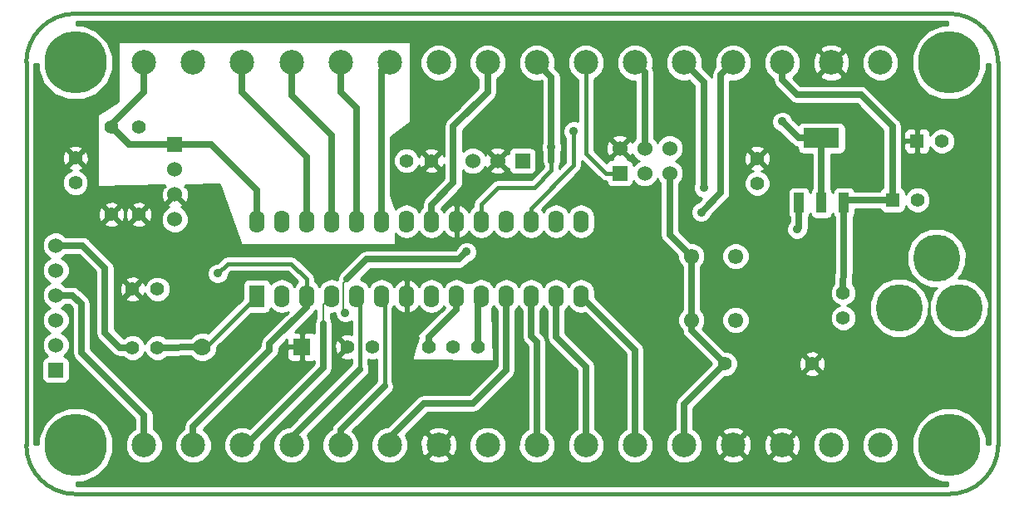
<source format=gtl>
G04 #@! TF.FileFunction,Copper,L1,Top,Plane*
%FSLAX46Y46*%
G04 Gerber Fmt 4.6, Leading zero omitted, Abs format (unit mm)*
G04 Created by KiCad (PCBNEW (after 2015-mar-04 BZR unknown)-product) date 7/17/2015 7:43:42 PM*
%MOMM*%
G01*
G04 APERTURE LIST*
%ADD10C,0.150000*%
%ADD11C,0.381000*%
%ADD12C,1.778000*%
%ADD13R,1.778000X1.778000*%
%ADD14O,1.574800X2.286000*%
%ADD15R,1.574800X2.286000*%
%ADD16C,1.397000*%
%ADD17R,3.657600X2.032000*%
%ADD18R,1.016000X2.032000*%
%ADD19R,1.524000X1.524000*%
%ADD20C,1.524000*%
%ADD21R,1.397000X1.397000*%
%ADD22C,2.499360*%
%ADD23C,1.549400*%
%ADD24C,4.800600*%
%ADD25C,6.350000*%
%ADD26C,0.889000*%
%ADD27C,0.635000*%
%ADD28C,0.203200*%
%ADD29C,0.254000*%
G04 APERTURE END LIST*
D10*
D11*
X92474000Y-79340000D02*
X181474000Y-79340000D01*
X87474000Y-123340000D02*
X87474000Y-84340000D01*
X181474000Y-128340000D02*
X92474000Y-128340000D01*
X186474000Y-84340000D02*
X186474000Y-123340000D01*
X87474000Y-123340000D02*
G75*
G03X92474000Y-128340000I5000000J0D01*
G01*
X181474000Y-128340000D02*
G75*
G03X186474000Y-123340000I0J5000000D01*
G01*
X186474000Y-84340000D02*
G75*
G03X181474000Y-79340000I-5000000J0D01*
G01*
X92474000Y-79340000D02*
G75*
G03X87474000Y-84340000I0J-5000000D01*
G01*
D12*
X105394000Y-113340000D03*
D13*
X115554000Y-113340000D03*
D14*
X113504000Y-108150000D03*
X116044000Y-108150000D03*
X118584000Y-108150000D03*
X121124000Y-108150000D03*
X123664000Y-108150000D03*
X126204000Y-108150000D03*
X128744000Y-108150000D03*
X131284000Y-108150000D03*
X133824000Y-108150000D03*
X136364000Y-108150000D03*
X138904000Y-108150000D03*
X141444000Y-108150000D03*
X143984000Y-108150000D03*
D15*
X110964000Y-108150000D03*
D14*
X143984000Y-100530000D03*
X141444000Y-100530000D03*
X138904000Y-100530000D03*
X136364000Y-100530000D03*
X133824000Y-100530000D03*
X131284000Y-100530000D03*
X128744000Y-100530000D03*
X126204000Y-100530000D03*
X123664000Y-100530000D03*
X121124000Y-100530000D03*
X118584000Y-100530000D03*
X116044000Y-100530000D03*
X113504000Y-100530000D03*
X110964000Y-100530000D03*
D16*
X98933000Y-99822000D03*
X98933000Y-90932000D03*
X96139000Y-99822000D03*
X96139000Y-90932000D03*
X167513000Y-115062000D03*
X158623000Y-115062000D03*
D17*
X168474000Y-92038000D03*
D18*
X168474000Y-98642000D03*
X170760000Y-98642000D03*
X166188000Y-98642000D03*
D19*
X147934000Y-95610000D03*
D20*
X147934000Y-93070000D03*
X150474000Y-95610000D03*
X150474000Y-93070000D03*
X153014000Y-95610000D03*
X153014000Y-93070000D03*
D21*
X178204000Y-92340000D03*
D16*
X180744000Y-92340000D03*
D21*
X175704000Y-98340000D03*
D16*
X178244000Y-98340000D03*
X161925000Y-94107000D03*
X161925000Y-96647000D03*
X128744000Y-94340000D03*
X126204000Y-94340000D03*
X100838000Y-113411000D03*
X98298000Y-113411000D03*
X120204000Y-113340000D03*
X122744000Y-113340000D03*
X92474000Y-94070000D03*
X92474000Y-96610000D03*
X98298000Y-107442000D03*
X100838000Y-107442000D03*
X170688000Y-107823000D03*
X170688000Y-110363000D03*
D22*
X134474000Y-123340000D03*
X129472740Y-123340000D03*
X124474020Y-123340000D03*
X119472760Y-123340000D03*
X114474040Y-123340000D03*
X109472780Y-123340000D03*
X104474060Y-123340000D03*
X99472800Y-123340000D03*
X139474000Y-84340000D03*
X144475260Y-84340000D03*
X149473980Y-84340000D03*
X154475240Y-84340000D03*
X159473960Y-84340000D03*
X164475220Y-84340000D03*
X169473940Y-84340000D03*
X174475200Y-84340000D03*
X99474000Y-84340000D03*
X104475260Y-84340000D03*
X109473980Y-84340000D03*
X114475240Y-84340000D03*
X119473960Y-84340000D03*
X124475220Y-84340000D03*
X129473940Y-84340000D03*
X134475200Y-84340000D03*
X174474000Y-123340000D03*
X169472740Y-123340000D03*
X164474020Y-123340000D03*
X159472760Y-123340000D03*
X154474040Y-123340000D03*
X149472780Y-123340000D03*
X144474060Y-123340000D03*
X139472800Y-123340000D03*
D19*
X90474000Y-115690000D03*
D20*
X90474000Y-113150000D03*
X90474000Y-110610000D03*
X90474000Y-108070000D03*
X90474000Y-105530000D03*
X90474000Y-102990000D03*
D19*
X102616000Y-92710000D03*
D20*
X102616000Y-95250000D03*
X102616000Y-97790000D03*
X102616000Y-100330000D03*
D23*
X155223560Y-104088800D03*
X159724440Y-104088800D03*
X155223560Y-110591200D03*
X159724440Y-110591200D03*
D16*
X128474640Y-113340000D03*
X133473360Y-113340000D03*
X130974000Y-113340000D03*
D24*
X182474000Y-109340000D03*
X176378000Y-109340000D03*
X180188000Y-104260000D03*
D19*
X138014000Y-94340000D03*
D20*
X135474000Y-94340000D03*
X132934000Y-94340000D03*
D25*
X92474000Y-84340000D03*
X92474000Y-123340000D03*
X181474000Y-84340000D03*
X181474000Y-123340000D03*
D26*
X106974000Y-105840000D03*
X156474000Y-97090000D03*
X143224000Y-91340000D03*
X140970000Y-92964000D03*
X156224000Y-99590000D03*
X132334000Y-103632000D03*
X119974000Y-109840000D03*
X165974000Y-101340000D03*
X164474000Y-90340000D03*
D27*
X123664000Y-85151220D02*
X124475220Y-84340000D01*
X123664000Y-100530000D02*
X123664000Y-85151220D01*
X119473960Y-87339960D02*
X119473960Y-84340000D01*
X121124000Y-88990000D02*
X119473960Y-87339960D01*
X121124000Y-100530000D02*
X121124000Y-88990000D01*
X118584000Y-91787000D02*
X114475240Y-87678240D01*
X114475240Y-87678240D02*
X114475240Y-84340000D01*
X118584000Y-100530000D02*
X118584000Y-91787000D01*
X109473980Y-87339980D02*
X109473980Y-84340000D01*
X116044000Y-93910000D02*
X109473980Y-87339980D01*
X116044000Y-100530000D02*
X116044000Y-93910000D01*
D11*
X134475200Y-87338800D02*
X130974000Y-90840000D01*
X130974000Y-90840000D02*
X130974000Y-96340000D01*
X130974000Y-96340000D02*
X128744000Y-98570000D01*
X128744000Y-98570000D02*
X128744000Y-100530000D01*
D27*
X128744000Y-98840000D02*
X128744000Y-100530000D01*
X130974000Y-96610000D02*
X128744000Y-98840000D01*
X130974000Y-90840000D02*
X130974000Y-96610000D01*
X134475200Y-87338800D02*
X130974000Y-90840000D01*
X134475200Y-84340000D02*
X134475200Y-87338800D01*
X133473360Y-108500640D02*
X133824000Y-108150000D01*
X133473360Y-113340000D02*
X133473360Y-108500640D01*
X131284000Y-109530000D02*
X131284000Y-108150000D01*
X128474640Y-112339360D02*
X131284000Y-109530000D01*
X128474640Y-113340000D02*
X128474640Y-112339360D01*
X99472800Y-123340000D02*
X99472800Y-120300800D01*
X93091000Y-108957000D02*
X92204000Y-108070000D01*
X93091000Y-113919000D02*
X93091000Y-108957000D01*
X99472800Y-120300800D02*
X93091000Y-113919000D01*
X92204000Y-108070000D02*
X90474000Y-108070000D01*
X90474000Y-108070000D02*
X92204000Y-108070000D01*
D11*
X116044000Y-106410000D02*
X116044000Y-108150000D01*
D27*
X104474060Y-121458940D02*
X112268000Y-113665000D01*
X112268000Y-113665000D02*
X112268000Y-113030000D01*
X112268000Y-113030000D02*
X116044000Y-109254000D01*
X116044000Y-109254000D02*
X116044000Y-108150000D01*
X104474060Y-123340000D02*
X104474060Y-121458940D01*
D11*
X107974000Y-104840000D02*
X114474000Y-104840000D01*
X106974000Y-105840000D02*
X107974000Y-104840000D01*
X114474000Y-104840000D02*
X116044000Y-106410000D01*
D27*
X156474000Y-97090000D02*
X156474000Y-86338760D01*
X156474000Y-86338760D02*
X154475240Y-84340000D01*
D11*
X138904000Y-99160000D02*
X143224000Y-94840000D01*
X143224000Y-94840000D02*
X143224000Y-91340000D01*
X138904000Y-100530000D02*
X138904000Y-99160000D01*
D27*
X150474000Y-85340020D02*
X149473980Y-84340000D01*
X150474000Y-93070000D02*
X150474000Y-85340020D01*
D11*
X144475260Y-93591260D02*
X146494000Y-95610000D01*
X146494000Y-95610000D02*
X147934000Y-95610000D01*
X144475260Y-84340000D02*
X144475260Y-93591260D01*
X140970000Y-92964000D02*
X140974000Y-92964000D01*
X140974000Y-85840000D02*
X139474000Y-84340000D01*
X133824000Y-98740000D02*
X135474000Y-97090000D01*
X135474000Y-97090000D02*
X139224000Y-97090000D01*
X139224000Y-97090000D02*
X140974000Y-95340000D01*
X140974000Y-95340000D02*
X140974000Y-94340000D01*
X133824000Y-100530000D02*
X133824000Y-98740000D01*
D27*
X140974000Y-85840000D02*
X139474000Y-84340000D01*
X140974000Y-94340000D02*
X140974000Y-92964000D01*
X140974000Y-92964000D02*
X140974000Y-85840000D01*
X109832000Y-123340000D02*
X117729000Y-115443000D01*
X117729000Y-115443000D02*
X117729000Y-110998000D01*
X109472780Y-123340000D02*
X109832000Y-123340000D01*
D28*
X117729000Y-109005000D02*
X118584000Y-108150000D01*
X117729000Y-110236000D02*
X117729000Y-109005000D01*
X117729000Y-110998000D02*
X117729000Y-110236000D01*
D11*
X114474040Y-122589960D02*
X121474000Y-115590000D01*
X121474000Y-115590000D02*
X121474000Y-108500000D01*
X121474000Y-108500000D02*
X121124000Y-108150000D01*
D27*
X114474040Y-122589960D02*
X121474000Y-115590000D01*
X114474040Y-123340000D02*
X114474040Y-122589960D01*
D11*
X119472760Y-121841240D02*
X123974000Y-117340000D01*
X123974000Y-117340000D02*
X123974000Y-108460000D01*
X123974000Y-108460000D02*
X123664000Y-108150000D01*
D27*
X119472760Y-121841240D02*
X123974000Y-117340000D01*
X119472760Y-123340000D02*
X119472760Y-121841240D01*
D11*
X124474020Y-122589980D02*
X127974000Y-119090000D01*
X127974000Y-119090000D02*
X132974000Y-119090000D01*
X132974000Y-119090000D02*
X136364000Y-115700000D01*
D27*
X136364000Y-115700000D02*
X136364000Y-108150000D01*
X132974000Y-119090000D02*
X136364000Y-115700000D01*
X127974000Y-119090000D02*
X132974000Y-119090000D01*
X124474020Y-122589980D02*
X127974000Y-119090000D01*
X124474020Y-123340000D02*
X124474020Y-122589980D01*
D11*
X139472800Y-112838800D02*
X138904000Y-112270000D01*
X138904000Y-112270000D02*
X138904000Y-108150000D01*
D27*
X138904000Y-112270000D02*
X138904000Y-108150000D01*
X139472800Y-112838800D02*
X138904000Y-112270000D01*
X139472800Y-123340000D02*
X139472800Y-112838800D01*
D11*
X144474060Y-115340060D02*
X141444000Y-112310000D01*
X141444000Y-112310000D02*
X141444000Y-108150000D01*
D27*
X141444000Y-112310000D02*
X141444000Y-108150000D01*
X144474060Y-115340060D02*
X141444000Y-112310000D01*
X144474060Y-123340000D02*
X144474060Y-115340060D01*
D11*
X149472780Y-113638780D02*
X143984000Y-108150000D01*
D27*
X149472780Y-113638780D02*
X143984000Y-108150000D01*
X149472780Y-123340000D02*
X149472780Y-113638780D01*
X158224000Y-85589960D02*
X159473960Y-84340000D01*
X158224000Y-97590000D02*
X158224000Y-85589960D01*
X156224000Y-99590000D02*
X158224000Y-97590000D01*
X98298000Y-113411000D02*
X97028000Y-113411000D01*
X93211000Y-102990000D02*
X90474000Y-102990000D01*
X95504000Y-105283000D02*
X93211000Y-102990000D01*
X95504000Y-111887000D02*
X95504000Y-105283000D01*
X97028000Y-113411000D02*
X95504000Y-111887000D01*
D11*
X105774000Y-113340000D02*
X110964000Y-108150000D01*
X105394000Y-113340000D02*
X105774000Y-113340000D01*
D27*
X155223560Y-104088800D02*
X155223560Y-110591200D01*
X153014000Y-101879240D02*
X155223560Y-104088800D01*
X153014000Y-95610000D02*
X153014000Y-101879240D01*
X105394000Y-113340000D02*
X100838000Y-113411000D01*
X154474040Y-119210960D02*
X158623000Y-115062000D01*
X154474040Y-123340000D02*
X154474040Y-119210960D01*
X155223560Y-111662560D02*
X158623000Y-115062000D01*
X155223560Y-110591200D02*
X155223560Y-111662560D01*
X96139000Y-90932000D02*
X96139000Y-90678000D01*
X96139000Y-90678000D02*
X99474000Y-87343000D01*
X99474000Y-87343000D02*
X99474000Y-84340000D01*
X102616000Y-92710000D02*
X97917000Y-92710000D01*
X97917000Y-92710000D02*
X96139000Y-90932000D01*
X98044000Y-92710000D02*
X97474000Y-92140000D01*
X97474000Y-92140000D02*
X96139000Y-90932000D01*
X102616000Y-92710000D02*
X98044000Y-92710000D01*
X106299000Y-92710000D02*
X110964000Y-97375000D01*
X110964000Y-97375000D02*
X110964000Y-100530000D01*
X102616000Y-92710000D02*
X106299000Y-92710000D01*
X171062000Y-98340000D02*
X170760000Y-98642000D01*
X175704000Y-98340000D02*
X171062000Y-98340000D01*
X170760000Y-104784000D02*
X170688000Y-107823000D01*
X170760000Y-98642000D02*
X170760000Y-104784000D01*
X164475220Y-86091220D02*
X164475220Y-84340000D01*
X165974000Y-87590000D02*
X164475220Y-86091220D01*
X172474000Y-87590000D02*
X165974000Y-87590000D01*
X175704000Y-90820000D02*
X172474000Y-87590000D01*
X175704000Y-98340000D02*
X175704000Y-90820000D01*
X131572000Y-104394000D02*
X132334000Y-103632000D01*
X122174000Y-104394000D02*
X131572000Y-104394000D01*
X120142000Y-106426000D02*
X122174000Y-104394000D01*
D28*
X119761000Y-109627000D02*
X119761000Y-106807000D01*
X119761000Y-106807000D02*
X120142000Y-106426000D01*
X119974000Y-109840000D02*
X119761000Y-109627000D01*
D27*
X166188000Y-101126000D02*
X165974000Y-101340000D01*
X166188000Y-98642000D02*
X166188000Y-101126000D01*
X166172000Y-92038000D02*
X164474000Y-90340000D01*
X168474000Y-92038000D02*
X166172000Y-92038000D01*
X168474000Y-92038000D02*
X168474000Y-98642000D01*
D29*
G36*
X185648500Y-123213000D02*
X185509826Y-123213000D01*
X185509826Y-108738890D01*
X185048702Y-107622887D01*
X184195604Y-106768298D01*
X183080407Y-106305228D01*
X182436075Y-106304665D01*
X182759702Y-105981604D01*
X183222772Y-104866407D01*
X183223826Y-103658890D01*
X182762702Y-102542887D01*
X182077731Y-101856718D01*
X182077731Y-92075914D01*
X181875146Y-91585620D01*
X181500353Y-91210173D01*
X181010413Y-91006732D01*
X180479914Y-91006269D01*
X179989620Y-91208854D01*
X179614173Y-91583647D01*
X179537500Y-91768295D01*
X179537500Y-91767809D01*
X179537500Y-91515190D01*
X179440827Y-91281801D01*
X179262198Y-91103173D01*
X179028809Y-91006500D01*
X178489750Y-91006500D01*
X178331000Y-91165250D01*
X178331000Y-92213000D01*
X178351000Y-92213000D01*
X178351000Y-92467000D01*
X178331000Y-92467000D01*
X178331000Y-93514750D01*
X178489750Y-93673500D01*
X179028809Y-93673500D01*
X179262198Y-93576827D01*
X179440827Y-93398199D01*
X179537500Y-93164810D01*
X179537500Y-92912191D01*
X179537500Y-92912009D01*
X179612854Y-93094380D01*
X179987647Y-93469827D01*
X180477587Y-93673268D01*
X181008086Y-93673731D01*
X181498380Y-93471146D01*
X181873827Y-93096353D01*
X182077268Y-92606413D01*
X182077731Y-92075914D01*
X182077731Y-101856718D01*
X181909604Y-101688298D01*
X180794407Y-101225228D01*
X179586890Y-101224174D01*
X179577731Y-101227958D01*
X179577731Y-98075914D01*
X179375146Y-97585620D01*
X179000353Y-97210173D01*
X178510413Y-97006732D01*
X178077000Y-97006353D01*
X178077000Y-93514750D01*
X178077000Y-92467000D01*
X178077000Y-92213000D01*
X178077000Y-91165250D01*
X177918250Y-91006500D01*
X177379191Y-91006500D01*
X177145802Y-91103173D01*
X176967173Y-91281801D01*
X176870500Y-91515190D01*
X176870500Y-91767809D01*
X176870500Y-92054250D01*
X177029250Y-92213000D01*
X178077000Y-92213000D01*
X178077000Y-92467000D01*
X177029250Y-92467000D01*
X176870500Y-92625750D01*
X176870500Y-92912191D01*
X176870500Y-93164810D01*
X176967173Y-93398199D01*
X177145802Y-93576827D01*
X177379191Y-93673500D01*
X177918250Y-93673500D01*
X178077000Y-93514750D01*
X178077000Y-97006353D01*
X177979914Y-97006269D01*
X177489620Y-97208854D01*
X177114173Y-97583647D01*
X177049940Y-97738337D01*
X177049940Y-97641500D01*
X177002963Y-97399377D01*
X176863173Y-97186573D01*
X176656500Y-97047066D01*
X176656500Y-90820000D01*
X176583995Y-90455494D01*
X176377519Y-90146481D01*
X176360206Y-90129168D01*
X176360206Y-83966759D01*
X176073886Y-83273809D01*
X175544179Y-82743178D01*
X174851731Y-82455648D01*
X174101959Y-82454994D01*
X173409009Y-82741314D01*
X172878378Y-83271021D01*
X172590848Y-83963469D01*
X172590194Y-84713241D01*
X172876514Y-85406191D01*
X173406221Y-85936822D01*
X174098669Y-86224352D01*
X174848441Y-86225006D01*
X175541391Y-85938686D01*
X176072022Y-85408979D01*
X176359552Y-84716531D01*
X176360206Y-83966759D01*
X176360206Y-90129168D01*
X173147519Y-86916481D01*
X172838506Y-86710005D01*
X172474000Y-86637500D01*
X171368011Y-86637500D01*
X171368011Y-84664117D01*
X171347868Y-83914616D01*
X171099799Y-83315725D01*
X170807029Y-83186517D01*
X170627423Y-83366122D01*
X170627423Y-83006911D01*
X170498215Y-82714141D01*
X169798057Y-82445929D01*
X169048556Y-82466072D01*
X168449665Y-82714141D01*
X168320457Y-83006911D01*
X169473940Y-84160395D01*
X170627423Y-83006911D01*
X170627423Y-83366122D01*
X169653545Y-84340000D01*
X170807029Y-85493483D01*
X171099799Y-85364275D01*
X171368011Y-84664117D01*
X171368011Y-86637500D01*
X170627423Y-86637500D01*
X170627423Y-85673089D01*
X169473940Y-84519605D01*
X169294335Y-84699210D01*
X169294335Y-84340000D01*
X168140851Y-83186517D01*
X167848081Y-83315725D01*
X167579869Y-84015883D01*
X167600012Y-84765384D01*
X167848081Y-85364275D01*
X168140851Y-85493483D01*
X169294335Y-84340000D01*
X169294335Y-84699210D01*
X168320457Y-85673089D01*
X168449665Y-85965859D01*
X169149823Y-86234071D01*
X169899324Y-86213928D01*
X170498215Y-85965859D01*
X170627423Y-85673089D01*
X170627423Y-86637500D01*
X166368537Y-86637500D01*
X165605623Y-85874585D01*
X166072042Y-85408979D01*
X166359572Y-84716531D01*
X166360226Y-83966759D01*
X166073906Y-83273809D01*
X165544199Y-82743178D01*
X164851751Y-82455648D01*
X164101979Y-82454994D01*
X163409029Y-82741314D01*
X162878398Y-83271021D01*
X162590868Y-83963469D01*
X162590214Y-84713241D01*
X162876534Y-85406191D01*
X163406241Y-85936822D01*
X163522720Y-85985188D01*
X163522720Y-86091220D01*
X163595225Y-86455726D01*
X163801701Y-86764739D01*
X165300481Y-88263519D01*
X165609494Y-88469995D01*
X165974000Y-88542500D01*
X172079462Y-88542500D01*
X174751500Y-91214538D01*
X174751500Y-97048838D01*
X174550573Y-97180827D01*
X174411066Y-97387500D01*
X171869165Y-97387500D01*
X171868463Y-97383877D01*
X171728673Y-97171073D01*
X171517640Y-97028623D01*
X171268000Y-96978560D01*
X170252000Y-96978560D01*
X170009877Y-97025537D01*
X169797073Y-97165327D01*
X169654623Y-97376360D01*
X169617205Y-97562942D01*
X169582463Y-97383877D01*
X169442673Y-97171073D01*
X169426500Y-97160156D01*
X169426500Y-93701440D01*
X170302800Y-93701440D01*
X170544923Y-93654463D01*
X170757727Y-93514673D01*
X170900177Y-93303640D01*
X170950240Y-93054000D01*
X170950240Y-91022000D01*
X170903263Y-90779877D01*
X170763473Y-90567073D01*
X170552440Y-90424623D01*
X170302800Y-90374560D01*
X166645200Y-90374560D01*
X166403077Y-90421537D01*
X166190273Y-90561327D01*
X166130667Y-90649629D01*
X165515968Y-90034930D01*
X165389689Y-89729311D01*
X165086286Y-89425378D01*
X164689668Y-89260687D01*
X164260216Y-89260313D01*
X163863311Y-89424311D01*
X163559378Y-89727714D01*
X163394687Y-90124332D01*
X163394313Y-90553784D01*
X163558311Y-90950689D01*
X163861714Y-91254622D01*
X164169309Y-91382347D01*
X165498481Y-92711519D01*
X165807494Y-92917995D01*
X165997760Y-92955841D01*
X165997760Y-93054000D01*
X166044737Y-93296123D01*
X166184527Y-93508927D01*
X166395560Y-93651377D01*
X166645200Y-93701440D01*
X167521500Y-93701440D01*
X167521500Y-97158477D01*
X167511073Y-97165327D01*
X167368623Y-97376360D01*
X167331205Y-97562942D01*
X167296463Y-97383877D01*
X167156673Y-97171073D01*
X166945640Y-97028623D01*
X166696000Y-96978560D01*
X165680000Y-96978560D01*
X165437877Y-97025537D01*
X165225073Y-97165327D01*
X165082623Y-97376360D01*
X165032560Y-97626000D01*
X165032560Y-99658000D01*
X165079537Y-99900123D01*
X165219327Y-100112927D01*
X165235500Y-100123843D01*
X165235500Y-100551899D01*
X165059378Y-100727714D01*
X164894687Y-101124332D01*
X164894313Y-101553784D01*
X165058311Y-101950689D01*
X165361714Y-102254622D01*
X165758332Y-102419313D01*
X166187784Y-102419687D01*
X166584689Y-102255689D01*
X166888622Y-101952286D01*
X167053313Y-101555668D01*
X167053350Y-101512422D01*
X167067995Y-101490506D01*
X167140500Y-101126000D01*
X167140500Y-100125522D01*
X167150927Y-100118673D01*
X167293377Y-99907640D01*
X167330794Y-99721057D01*
X167365537Y-99900123D01*
X167505327Y-100112927D01*
X167716360Y-100255377D01*
X167966000Y-100305440D01*
X168982000Y-100305440D01*
X169224123Y-100258463D01*
X169436927Y-100118673D01*
X169579377Y-99907640D01*
X169616794Y-99721057D01*
X169651537Y-99900123D01*
X169791327Y-100112927D01*
X169807500Y-100123843D01*
X169807500Y-104772708D01*
X169757875Y-106867292D01*
X169558173Y-107066647D01*
X169354732Y-107556587D01*
X169354269Y-108087086D01*
X169556854Y-108577380D01*
X169931647Y-108952827D01*
X170269446Y-109093093D01*
X169933620Y-109231854D01*
X169558173Y-109606647D01*
X169354732Y-110096587D01*
X169354269Y-110627086D01*
X169556854Y-111117380D01*
X169931647Y-111492827D01*
X170421587Y-111696268D01*
X170952086Y-111696731D01*
X171442380Y-111494146D01*
X171817827Y-111119353D01*
X172021268Y-110629413D01*
X172021731Y-110098914D01*
X171819146Y-109608620D01*
X171444353Y-109233173D01*
X171106553Y-109092906D01*
X171442380Y-108954146D01*
X171817827Y-108579353D01*
X172021268Y-108089413D01*
X172021731Y-107558914D01*
X171819146Y-107068620D01*
X171662361Y-106911561D01*
X171712233Y-104806560D01*
X171710261Y-104795254D01*
X171712500Y-104784000D01*
X171712500Y-100125522D01*
X171722927Y-100118673D01*
X171865377Y-99907640D01*
X171915440Y-99658000D01*
X171915440Y-99292500D01*
X174412838Y-99292500D01*
X174544827Y-99493427D01*
X174755860Y-99635877D01*
X175005500Y-99685940D01*
X176402500Y-99685940D01*
X176644623Y-99638963D01*
X176857427Y-99499173D01*
X176999877Y-99288140D01*
X177049940Y-99038500D01*
X177049940Y-98942116D01*
X177112854Y-99094380D01*
X177487647Y-99469827D01*
X177977587Y-99673268D01*
X178508086Y-99673731D01*
X178998380Y-99471146D01*
X179373827Y-99096353D01*
X179577268Y-98606413D01*
X179577731Y-98075914D01*
X179577731Y-101227958D01*
X178470887Y-101685298D01*
X177616298Y-102538396D01*
X177153228Y-103653593D01*
X177152174Y-104861110D01*
X177613298Y-105977113D01*
X178466396Y-106831702D01*
X179581593Y-107294772D01*
X180225924Y-107295334D01*
X179902298Y-107618396D01*
X179439228Y-108733593D01*
X179438174Y-109941110D01*
X179899298Y-111057113D01*
X180752396Y-111911702D01*
X181867593Y-112374772D01*
X183075110Y-112375826D01*
X184191113Y-111914702D01*
X185045702Y-111061604D01*
X185508772Y-109946407D01*
X185509826Y-108738890D01*
X185509826Y-123213000D01*
X185284112Y-123213000D01*
X185284660Y-122585469D01*
X184705844Y-121184628D01*
X183635009Y-120111923D01*
X182235181Y-119530663D01*
X180719469Y-119529340D01*
X179413826Y-120068820D01*
X179413826Y-108738890D01*
X178952702Y-107622887D01*
X178099604Y-106768298D01*
X176984407Y-106305228D01*
X175776890Y-106304174D01*
X174660887Y-106765298D01*
X173806298Y-107618396D01*
X173343228Y-108733593D01*
X173342174Y-109941110D01*
X173803298Y-111057113D01*
X174656396Y-111911702D01*
X175771593Y-112374772D01*
X176979110Y-112375826D01*
X178095113Y-111914702D01*
X178949702Y-111061604D01*
X179412772Y-109946407D01*
X179413826Y-108738890D01*
X179413826Y-120068820D01*
X179318628Y-120108156D01*
X178245923Y-121178991D01*
X177664663Y-122578819D01*
X177663340Y-124094531D01*
X178242156Y-125495372D01*
X179312991Y-126568077D01*
X180712819Y-127149337D01*
X181347000Y-127149890D01*
X181347000Y-127514500D01*
X176359006Y-127514500D01*
X176359006Y-122966759D01*
X176072686Y-122273809D01*
X175542979Y-121743178D01*
X174850531Y-121455648D01*
X174100759Y-121454994D01*
X173407809Y-121741314D01*
X172877178Y-122271021D01*
X172589648Y-122963469D01*
X172588994Y-123713241D01*
X172875314Y-124406191D01*
X173405021Y-124936822D01*
X174097469Y-125224352D01*
X174847241Y-125225006D01*
X175540191Y-124938686D01*
X176070822Y-124408979D01*
X176358352Y-123716531D01*
X176359006Y-122966759D01*
X176359006Y-127514500D01*
X171357746Y-127514500D01*
X171357746Y-122966759D01*
X171071426Y-122273809D01*
X170541719Y-121743178D01*
X169849271Y-121455648D01*
X169099499Y-121454994D01*
X168858927Y-121554395D01*
X168858927Y-115254520D01*
X168830148Y-114724801D01*
X168682800Y-114369071D01*
X168447188Y-114307417D01*
X168267583Y-114487022D01*
X168267583Y-114127812D01*
X168205929Y-113892200D01*
X167705520Y-113716073D01*
X167175801Y-113744852D01*
X166820071Y-113892200D01*
X166758417Y-114127812D01*
X167513000Y-114882395D01*
X168267583Y-114127812D01*
X168267583Y-114487022D01*
X167692605Y-115062000D01*
X168447188Y-115816583D01*
X168682800Y-115754929D01*
X168858927Y-115254520D01*
X168858927Y-121554395D01*
X168406549Y-121741314D01*
X168267583Y-121880038D01*
X168267583Y-115996188D01*
X167513000Y-115241605D01*
X167333395Y-115421210D01*
X167333395Y-115062000D01*
X166578812Y-114307417D01*
X166343200Y-114369071D01*
X166167073Y-114869480D01*
X166195852Y-115399199D01*
X166343200Y-115754929D01*
X166578812Y-115816583D01*
X167333395Y-115062000D01*
X167333395Y-115421210D01*
X166758417Y-115996188D01*
X166820071Y-116231800D01*
X167320480Y-116407927D01*
X167850199Y-116379148D01*
X168205929Y-116231800D01*
X168267583Y-115996188D01*
X168267583Y-121880038D01*
X167875918Y-122271021D01*
X167588388Y-122963469D01*
X167587734Y-123713241D01*
X167874054Y-124406191D01*
X168403761Y-124936822D01*
X169096209Y-125224352D01*
X169845981Y-125225006D01*
X170538931Y-124938686D01*
X171069562Y-124408979D01*
X171357092Y-123716531D01*
X171357746Y-122966759D01*
X171357746Y-127514500D01*
X166368091Y-127514500D01*
X166368091Y-123664117D01*
X166347948Y-122914616D01*
X166099879Y-122315725D01*
X165807109Y-122186517D01*
X165627503Y-122366122D01*
X165627503Y-122006911D01*
X165498295Y-121714141D01*
X164798137Y-121445929D01*
X164048636Y-121466072D01*
X163449745Y-121714141D01*
X163320537Y-122006911D01*
X164474020Y-123160395D01*
X165627503Y-122006911D01*
X165627503Y-122366122D01*
X164653625Y-123340000D01*
X165807109Y-124493483D01*
X166099879Y-124364275D01*
X166368091Y-123664117D01*
X166368091Y-127514500D01*
X165627503Y-127514500D01*
X165627503Y-124673089D01*
X164474020Y-123519605D01*
X164294415Y-123699210D01*
X164294415Y-123340000D01*
X163270927Y-122316512D01*
X163270927Y-94299520D01*
X163242148Y-93769801D01*
X163094800Y-93414071D01*
X162859188Y-93352417D01*
X162679583Y-93532022D01*
X162679583Y-93172812D01*
X162617929Y-92937200D01*
X162117520Y-92761073D01*
X161587801Y-92789852D01*
X161358966Y-92884638D01*
X161358966Y-83966759D01*
X161072646Y-83273809D01*
X160542939Y-82743178D01*
X159850491Y-82455648D01*
X159100719Y-82454994D01*
X158407769Y-82741314D01*
X157877138Y-83271021D01*
X157589608Y-83963469D01*
X157588954Y-84713241D01*
X157637117Y-84829804D01*
X157550481Y-84916441D01*
X157344005Y-85225454D01*
X157271500Y-85589960D01*
X157271500Y-85850791D01*
X157147519Y-85665241D01*
X157147519Y-85665240D01*
X156312417Y-84830139D01*
X156359592Y-84716531D01*
X156360246Y-83966759D01*
X156073926Y-83273809D01*
X155544219Y-82743178D01*
X154851771Y-82455648D01*
X154101999Y-82454994D01*
X153409049Y-82741314D01*
X152878418Y-83271021D01*
X152590888Y-83963469D01*
X152590234Y-84713241D01*
X152876554Y-85406191D01*
X153406261Y-85936822D01*
X154098709Y-86224352D01*
X154848481Y-86225006D01*
X154965044Y-86176843D01*
X155521500Y-86733298D01*
X155521500Y-96568933D01*
X155394687Y-96874332D01*
X155394313Y-97303784D01*
X155558311Y-97700689D01*
X155861714Y-98004622D01*
X156258332Y-98169313D01*
X156297614Y-98169347D01*
X155918930Y-98548031D01*
X155613311Y-98674311D01*
X155309378Y-98977714D01*
X155144687Y-99374332D01*
X155144313Y-99803784D01*
X155308311Y-100200689D01*
X155611714Y-100504622D01*
X156008332Y-100669313D01*
X156437784Y-100669687D01*
X156834689Y-100505689D01*
X157138622Y-100202286D01*
X157266347Y-99894690D01*
X158897519Y-98263519D01*
X159103995Y-97954506D01*
X159176500Y-97590000D01*
X159176500Y-86224420D01*
X159847201Y-86225006D01*
X160540151Y-85938686D01*
X161070782Y-85408979D01*
X161358312Y-84716531D01*
X161358966Y-83966759D01*
X161358966Y-92884638D01*
X161232071Y-92937200D01*
X161170417Y-93172812D01*
X161925000Y-93927395D01*
X162679583Y-93172812D01*
X162679583Y-93532022D01*
X162104605Y-94107000D01*
X162859188Y-94861583D01*
X163094800Y-94799929D01*
X163270927Y-94299520D01*
X163270927Y-122316512D01*
X163258731Y-122304316D01*
X163258731Y-96382914D01*
X163056146Y-95892620D01*
X162681353Y-95517173D01*
X162359881Y-95383686D01*
X162617929Y-95276800D01*
X162679583Y-95041188D01*
X161925000Y-94286605D01*
X161745395Y-94466210D01*
X161745395Y-94107000D01*
X160990812Y-93352417D01*
X160755200Y-93414071D01*
X160579073Y-93914480D01*
X160607852Y-94444199D01*
X160755200Y-94799929D01*
X160990812Y-94861583D01*
X161745395Y-94107000D01*
X161745395Y-94466210D01*
X161170417Y-95041188D01*
X161232071Y-95276800D01*
X161511311Y-95375083D01*
X161170620Y-95515854D01*
X160795173Y-95890647D01*
X160591732Y-96380587D01*
X160591269Y-96911086D01*
X160793854Y-97401380D01*
X161168647Y-97776827D01*
X161658587Y-97980268D01*
X162189086Y-97980731D01*
X162679380Y-97778146D01*
X163054827Y-97403353D01*
X163258268Y-96913413D01*
X163258731Y-96382914D01*
X163258731Y-122304316D01*
X163140931Y-122186517D01*
X162848161Y-122315725D01*
X162579949Y-123015883D01*
X162600092Y-123765384D01*
X162848161Y-124364275D01*
X163140931Y-124493483D01*
X164294415Y-123340000D01*
X164294415Y-123699210D01*
X163320537Y-124673089D01*
X163449745Y-124965859D01*
X164149903Y-125234071D01*
X164899404Y-125213928D01*
X165498295Y-124965859D01*
X165627503Y-124673089D01*
X165627503Y-127514500D01*
X161366831Y-127514500D01*
X161366831Y-123664117D01*
X161346688Y-122914616D01*
X161134385Y-122402071D01*
X161134385Y-110312023D01*
X161134385Y-103809623D01*
X160920223Y-103291312D01*
X160524014Y-102894411D01*
X160006077Y-102679345D01*
X159445263Y-102678855D01*
X158926952Y-102893017D01*
X158530051Y-103289226D01*
X158314985Y-103807163D01*
X158314495Y-104367977D01*
X158528657Y-104886288D01*
X158924866Y-105283189D01*
X159442803Y-105498255D01*
X160003617Y-105498745D01*
X160521928Y-105284583D01*
X160918829Y-104888374D01*
X161133895Y-104370437D01*
X161134385Y-103809623D01*
X161134385Y-110312023D01*
X160920223Y-109793712D01*
X160524014Y-109396811D01*
X160006077Y-109181745D01*
X159445263Y-109181255D01*
X158926952Y-109395417D01*
X158530051Y-109791626D01*
X158314985Y-110309563D01*
X158314495Y-110870377D01*
X158528657Y-111388688D01*
X158924866Y-111785589D01*
X159442803Y-112000655D01*
X160003617Y-112001145D01*
X160521928Y-111786983D01*
X160918829Y-111390774D01*
X161133895Y-110872837D01*
X161134385Y-110312023D01*
X161134385Y-122402071D01*
X161098619Y-122315725D01*
X160805849Y-122186517D01*
X160626243Y-122366122D01*
X160626243Y-122006911D01*
X160497035Y-121714141D01*
X159956731Y-121507164D01*
X159956731Y-114797914D01*
X159754146Y-114307620D01*
X159379353Y-113932173D01*
X158889413Y-113728732D01*
X158636549Y-113728511D01*
X156358328Y-111450290D01*
X156417949Y-111390774D01*
X156633015Y-110872837D01*
X156633505Y-110312023D01*
X156419343Y-109793712D01*
X156176060Y-109550004D01*
X156176060Y-105129841D01*
X156417949Y-104888374D01*
X156633015Y-104370437D01*
X156633505Y-103809623D01*
X156419343Y-103291312D01*
X156023134Y-102894411D01*
X155505197Y-102679345D01*
X155160842Y-102679044D01*
X153966500Y-101484702D01*
X153966500Y-96633095D01*
X154197629Y-96402370D01*
X154410757Y-95889100D01*
X154411242Y-95333339D01*
X154199010Y-94819697D01*
X153806370Y-94426371D01*
X153598487Y-94340050D01*
X153804303Y-94255010D01*
X154197629Y-93862370D01*
X154410757Y-93349100D01*
X154411242Y-92793339D01*
X154199010Y-92279697D01*
X153806370Y-91886371D01*
X153293100Y-91673243D01*
X152737339Y-91672758D01*
X152223697Y-91884990D01*
X151830371Y-92277630D01*
X151744050Y-92485512D01*
X151659010Y-92279697D01*
X151426500Y-92046780D01*
X151426500Y-85340020D01*
X151353995Y-84975514D01*
X151290346Y-84880257D01*
X151358332Y-84716531D01*
X151358986Y-83966759D01*
X151072666Y-83273809D01*
X150542959Y-82743178D01*
X149850511Y-82455648D01*
X149100739Y-82454994D01*
X148407789Y-82741314D01*
X147877158Y-83271021D01*
X147589628Y-83963469D01*
X147588974Y-84713241D01*
X147875294Y-85406191D01*
X148405001Y-85936822D01*
X149097449Y-86224352D01*
X149521500Y-86224721D01*
X149521500Y-92046904D01*
X149290371Y-92277630D01*
X149210605Y-92469727D01*
X149156397Y-92338857D01*
X148914213Y-92269392D01*
X148734608Y-92448997D01*
X148734608Y-92089787D01*
X148665143Y-91847603D01*
X148141698Y-91660856D01*
X147586632Y-91688638D01*
X147202857Y-91847603D01*
X147133392Y-92089787D01*
X147934000Y-92890395D01*
X148734608Y-92089787D01*
X148734608Y-92448997D01*
X148113605Y-93070000D01*
X148914213Y-93870608D01*
X149156397Y-93801143D01*
X149206508Y-93660682D01*
X149288990Y-93860303D01*
X149681630Y-94253629D01*
X149889512Y-94339949D01*
X149683697Y-94424990D01*
X149329892Y-94778177D01*
X149296463Y-94605877D01*
X149156673Y-94393073D01*
X148945640Y-94250623D01*
X148696000Y-94200560D01*
X148691484Y-94200560D01*
X148734608Y-94050213D01*
X147934000Y-93249605D01*
X147754395Y-93429210D01*
X147754395Y-93070000D01*
X146953787Y-92269392D01*
X146711603Y-92338857D01*
X146524856Y-92862302D01*
X146552638Y-93417368D01*
X146711603Y-93801143D01*
X146953787Y-93870608D01*
X147754395Y-93070000D01*
X147754395Y-93429210D01*
X147133392Y-94050213D01*
X147176515Y-94200560D01*
X147172000Y-94200560D01*
X146929877Y-94247537D01*
X146717073Y-94387327D01*
X146604915Y-94553482D01*
X145300760Y-93249326D01*
X145300760Y-86038137D01*
X145541451Y-85938686D01*
X146072082Y-85408979D01*
X146359612Y-84716531D01*
X146360266Y-83966759D01*
X146073946Y-83273809D01*
X145544239Y-82743178D01*
X144851791Y-82455648D01*
X144102019Y-82454994D01*
X143409069Y-82741314D01*
X142878438Y-83271021D01*
X142590908Y-83963469D01*
X142590254Y-84713241D01*
X142876574Y-85406191D01*
X143406281Y-85936822D01*
X143649760Y-86037923D01*
X143649760Y-90347925D01*
X143439668Y-90260687D01*
X143010216Y-90260313D01*
X142613311Y-90424311D01*
X142309378Y-90727714D01*
X142144687Y-91124332D01*
X142144313Y-91553784D01*
X142308311Y-91950689D01*
X142398500Y-92041035D01*
X142398500Y-94498066D01*
X141799500Y-95097066D01*
X141799500Y-94786063D01*
X141853995Y-94704506D01*
X141926500Y-94340000D01*
X141926500Y-93475433D01*
X142049313Y-93179668D01*
X142049687Y-92750216D01*
X141926500Y-92452081D01*
X141926500Y-85840000D01*
X141853995Y-85475494D01*
X141647519Y-85166481D01*
X141311177Y-84830139D01*
X141358352Y-84716531D01*
X141359006Y-83966759D01*
X141072686Y-83273809D01*
X140542979Y-82743178D01*
X139850531Y-82455648D01*
X139100759Y-82454994D01*
X138407809Y-82741314D01*
X137877178Y-83271021D01*
X137589648Y-83963469D01*
X137588994Y-84713241D01*
X137875314Y-85406191D01*
X138405021Y-85936822D01*
X139097469Y-86224352D01*
X139847241Y-86225006D01*
X139963804Y-86176842D01*
X140021500Y-86234538D01*
X140021500Y-92433300D01*
X139890687Y-92748332D01*
X139890313Y-93177784D01*
X140021500Y-93495280D01*
X140021500Y-94340000D01*
X140094005Y-94704506D01*
X140148500Y-94786063D01*
X140148500Y-94998066D01*
X139423440Y-95723126D01*
X139423440Y-95102000D01*
X139423440Y-93578000D01*
X139376463Y-93335877D01*
X139236673Y-93123073D01*
X139025640Y-92980623D01*
X138776000Y-92930560D01*
X137252000Y-92930560D01*
X137009877Y-92977537D01*
X136797073Y-93117327D01*
X136654623Y-93328360D01*
X136604560Y-93578000D01*
X136604560Y-93582515D01*
X136454213Y-93539392D01*
X136360206Y-93633399D01*
X136360206Y-83966759D01*
X136073886Y-83273809D01*
X135544179Y-82743178D01*
X134851731Y-82455648D01*
X134101959Y-82454994D01*
X133409009Y-82741314D01*
X132878378Y-83271021D01*
X132590848Y-83963469D01*
X132590194Y-84713241D01*
X132876514Y-85406191D01*
X133406221Y-85936822D01*
X133522700Y-85985188D01*
X133522700Y-86944261D01*
X131358946Y-89108015D01*
X131358946Y-83966759D01*
X131072626Y-83273809D01*
X130542919Y-82743178D01*
X129850471Y-82455648D01*
X129100699Y-82454994D01*
X128407749Y-82741314D01*
X127877118Y-83271021D01*
X127589588Y-83963469D01*
X127588934Y-84713241D01*
X127875254Y-85406191D01*
X128404961Y-85936822D01*
X129097409Y-86224352D01*
X129847181Y-86225006D01*
X130540131Y-85938686D01*
X131070762Y-85408979D01*
X131358292Y-84716531D01*
X131358946Y-83966759D01*
X131358946Y-89108015D01*
X130300481Y-90166481D01*
X130094005Y-90475494D01*
X130021500Y-90840000D01*
X130021500Y-93907082D01*
X129913800Y-93647071D01*
X129678188Y-93585417D01*
X129498583Y-93765022D01*
X129498583Y-93405812D01*
X129436929Y-93170200D01*
X128936520Y-92994073D01*
X128406801Y-93022852D01*
X128051071Y-93170200D01*
X127989417Y-93405812D01*
X128744000Y-94160395D01*
X129498583Y-93405812D01*
X129498583Y-93765022D01*
X128923605Y-94340000D01*
X129678188Y-95094583D01*
X129913800Y-95032929D01*
X130021500Y-94726933D01*
X130021500Y-96125066D01*
X129498583Y-96647983D01*
X129498583Y-95274188D01*
X128744000Y-94519605D01*
X128564395Y-94699210D01*
X128564395Y-94340000D01*
X127809812Y-93585417D01*
X127574200Y-93647071D01*
X127475916Y-93926311D01*
X127335146Y-93585620D01*
X126960353Y-93210173D01*
X126470413Y-93006732D01*
X125939914Y-93006269D01*
X125449620Y-93208854D01*
X125074173Y-93583647D01*
X124870732Y-94073587D01*
X124870269Y-94604086D01*
X125072854Y-95094380D01*
X125447647Y-95469827D01*
X125937587Y-95673268D01*
X126468086Y-95673731D01*
X126958380Y-95471146D01*
X127333827Y-95096353D01*
X127467313Y-94774881D01*
X127574200Y-95032929D01*
X127809812Y-95094583D01*
X128564395Y-94340000D01*
X128564395Y-94699210D01*
X127989417Y-95274188D01*
X128051071Y-95509800D01*
X128551480Y-95685927D01*
X129081199Y-95657148D01*
X129436929Y-95509800D01*
X129498583Y-95274188D01*
X129498583Y-96647983D01*
X128160283Y-97986283D01*
X127981337Y-98254094D01*
X127968365Y-98319307D01*
X127864005Y-98475494D01*
X127791500Y-98840000D01*
X127791500Y-99098171D01*
X127738211Y-99133778D01*
X127473999Y-99529198D01*
X127209789Y-99133778D01*
X126748329Y-98825441D01*
X126204000Y-98717167D01*
X125659671Y-98825441D01*
X125198211Y-99133778D01*
X125092076Y-99292620D01*
X124616500Y-97865891D01*
X124616500Y-91907875D01*
X126601000Y-90419500D01*
X126601000Y-82213000D01*
X96847000Y-82213000D01*
X96847000Y-88269791D01*
X94742000Y-89591791D01*
X94742000Y-97031026D01*
X101523865Y-96871290D01*
X101520774Y-96874382D01*
X101635784Y-96989392D01*
X101393603Y-97058857D01*
X101206856Y-97582302D01*
X101234638Y-98137368D01*
X101393603Y-98521143D01*
X101635787Y-98590608D01*
X102436395Y-97790000D01*
X102422252Y-97775857D01*
X102601857Y-97596252D01*
X102616000Y-97610395D01*
X102630142Y-97596252D01*
X102809747Y-97775857D01*
X102795605Y-97790000D01*
X103596213Y-98590608D01*
X103838397Y-98521143D01*
X104025144Y-97997698D01*
X103997362Y-97442632D01*
X103838397Y-97058857D01*
X103596215Y-96989392D01*
X103711226Y-96874382D01*
X103657872Y-96821028D01*
X107135603Y-96739117D01*
X109384838Y-102967000D01*
X125101000Y-102967000D01*
X125101000Y-101780735D01*
X125198211Y-101926222D01*
X125659671Y-102234559D01*
X126204000Y-102342833D01*
X126748329Y-102234559D01*
X127209789Y-101926222D01*
X127474000Y-101530801D01*
X127738211Y-101926222D01*
X128199671Y-102234559D01*
X128744000Y-102342833D01*
X129288329Y-102234559D01*
X129749789Y-101926222D01*
X130013753Y-101531170D01*
X130018475Y-101547262D01*
X130368014Y-101981191D01*
X130857004Y-102248327D01*
X130936940Y-102265010D01*
X131157000Y-102142852D01*
X131157000Y-100657000D01*
X131137000Y-100657000D01*
X131137000Y-100403000D01*
X131157000Y-100403000D01*
X131157000Y-98917148D01*
X130936940Y-98794990D01*
X130857004Y-98811673D01*
X130368014Y-99078809D01*
X130018475Y-99512738D01*
X130013753Y-99528829D01*
X129768803Y-99162234D01*
X131647519Y-97283519D01*
X131853995Y-96974506D01*
X131926500Y-96610000D01*
X131926500Y-95308123D01*
X132141630Y-95523629D01*
X132654900Y-95736757D01*
X133210661Y-95737242D01*
X133724303Y-95525010D01*
X134117629Y-95132370D01*
X134197394Y-94940272D01*
X134251603Y-95071143D01*
X134493787Y-95140608D01*
X135294395Y-94340000D01*
X134493787Y-93539392D01*
X134251603Y-93608857D01*
X134201491Y-93749317D01*
X134119010Y-93549697D01*
X133726370Y-93156371D01*
X133213100Y-92943243D01*
X132657339Y-92942758D01*
X132143697Y-93154990D01*
X131926500Y-93371808D01*
X131926500Y-91234538D01*
X135148719Y-88012319D01*
X135148720Y-88012319D01*
X135272492Y-87827078D01*
X135355195Y-87703306D01*
X135355195Y-87703305D01*
X135427700Y-87338800D01*
X135427700Y-85985661D01*
X135541391Y-85938686D01*
X136072022Y-85408979D01*
X136359552Y-84716531D01*
X136360206Y-83966759D01*
X136360206Y-93633399D01*
X136274608Y-93718997D01*
X136274608Y-93359787D01*
X136205143Y-93117603D01*
X135681698Y-92930856D01*
X135126632Y-92958638D01*
X134742857Y-93117603D01*
X134673392Y-93359787D01*
X135474000Y-94160395D01*
X136274608Y-93359787D01*
X136274608Y-93718997D01*
X135653605Y-94340000D01*
X136454213Y-95140608D01*
X136604560Y-95097484D01*
X136604560Y-95102000D01*
X136651537Y-95344123D01*
X136791327Y-95556927D01*
X137002360Y-95699377D01*
X137252000Y-95749440D01*
X138776000Y-95749440D01*
X139018123Y-95702463D01*
X139230927Y-95562673D01*
X139373377Y-95351640D01*
X139423440Y-95102000D01*
X139423440Y-95723126D01*
X138882066Y-96264500D01*
X136274608Y-96264500D01*
X136274608Y-95320213D01*
X135474000Y-94519605D01*
X134673392Y-95320213D01*
X134742857Y-95562397D01*
X135266302Y-95749144D01*
X135821368Y-95721362D01*
X136205143Y-95562397D01*
X136274608Y-95320213D01*
X136274608Y-96264500D01*
X135474000Y-96264500D01*
X135158095Y-96327337D01*
X134890283Y-96506283D01*
X134890280Y-96506286D01*
X133240283Y-98156283D01*
X133061337Y-98424094D01*
X132998500Y-98740000D01*
X132998500Y-99013313D01*
X132818211Y-99133778D01*
X132554246Y-99528829D01*
X132549525Y-99512738D01*
X132199986Y-99078809D01*
X131710996Y-98811673D01*
X131631060Y-98794990D01*
X131411000Y-98917148D01*
X131411000Y-100403000D01*
X131431000Y-100403000D01*
X131431000Y-100657000D01*
X131411000Y-100657000D01*
X131411000Y-102142852D01*
X131631060Y-102265010D01*
X131710996Y-102248327D01*
X132199986Y-101981191D01*
X132549525Y-101547262D01*
X132554246Y-101531170D01*
X132818211Y-101926222D01*
X133279671Y-102234559D01*
X133824000Y-102342833D01*
X134368329Y-102234559D01*
X134829789Y-101926222D01*
X135094000Y-101530801D01*
X135358211Y-101926222D01*
X135819671Y-102234559D01*
X136364000Y-102342833D01*
X136908329Y-102234559D01*
X137369789Y-101926222D01*
X137634000Y-101530801D01*
X137898211Y-101926222D01*
X138359671Y-102234559D01*
X138904000Y-102342833D01*
X139448329Y-102234559D01*
X139909789Y-101926222D01*
X140174000Y-101530801D01*
X140438211Y-101926222D01*
X140899671Y-102234559D01*
X141444000Y-102342833D01*
X141988329Y-102234559D01*
X142449789Y-101926222D01*
X142714000Y-101530801D01*
X142978211Y-101926222D01*
X143439671Y-102234559D01*
X143984000Y-102342833D01*
X144528329Y-102234559D01*
X144989789Y-101926222D01*
X145298126Y-101464762D01*
X145406400Y-100920433D01*
X145406400Y-100139567D01*
X145298126Y-99595238D01*
X144989789Y-99133778D01*
X144528329Y-98825441D01*
X143984000Y-98717167D01*
X143439671Y-98825441D01*
X142978211Y-99133778D01*
X142714000Y-99529198D01*
X142449789Y-99133778D01*
X141988329Y-98825441D01*
X141444000Y-98717167D01*
X140899671Y-98825441D01*
X140438211Y-99133778D01*
X140174000Y-99529198D01*
X139985037Y-99246396D01*
X143807713Y-95423719D01*
X143807717Y-95423717D01*
X143807717Y-95423716D01*
X143986663Y-95155905D01*
X144049500Y-94840000D01*
X144049501Y-94840000D01*
X144049500Y-94839994D01*
X144049500Y-94332933D01*
X145910280Y-96193713D01*
X145910283Y-96193717D01*
X146178094Y-96372662D01*
X146178095Y-96372663D01*
X146494000Y-96435500D01*
X146536880Y-96435500D01*
X146571537Y-96614123D01*
X146711327Y-96826927D01*
X146922360Y-96969377D01*
X147172000Y-97019440D01*
X148696000Y-97019440D01*
X148938123Y-96972463D01*
X149150927Y-96832673D01*
X149293377Y-96621640D01*
X149329604Y-96440988D01*
X149681630Y-96793629D01*
X150194900Y-97006757D01*
X150750661Y-97007242D01*
X151264303Y-96795010D01*
X151657629Y-96402370D01*
X151743949Y-96194487D01*
X151828990Y-96400303D01*
X152061500Y-96633219D01*
X152061500Y-101879240D01*
X152134005Y-102243746D01*
X152340481Y-102552759D01*
X153813913Y-104026191D01*
X153813615Y-104367977D01*
X154027777Y-104886288D01*
X154271060Y-105129995D01*
X154271060Y-109550158D01*
X154029171Y-109791626D01*
X153814105Y-110309563D01*
X153813615Y-110870377D01*
X154027777Y-111388688D01*
X154271060Y-111632395D01*
X154271060Y-111662560D01*
X154343565Y-112027066D01*
X154550041Y-112336079D01*
X157275961Y-115061999D01*
X153800521Y-118537441D01*
X153594045Y-118846454D01*
X153521540Y-119210960D01*
X153521540Y-121694338D01*
X153407849Y-121741314D01*
X152877218Y-122271021D01*
X152589688Y-122963469D01*
X152589034Y-123713241D01*
X152875354Y-124406191D01*
X153405061Y-124936822D01*
X154097509Y-125224352D01*
X154847281Y-125225006D01*
X155540231Y-124938686D01*
X156070862Y-124408979D01*
X156358392Y-123716531D01*
X156359046Y-122966759D01*
X156072726Y-122273809D01*
X155543019Y-121743178D01*
X155426540Y-121694811D01*
X155426540Y-119605498D01*
X158636526Y-116395512D01*
X158887086Y-116395731D01*
X159377380Y-116193146D01*
X159752827Y-115818353D01*
X159956268Y-115328413D01*
X159956731Y-114797914D01*
X159956731Y-121507164D01*
X159796877Y-121445929D01*
X159047376Y-121466072D01*
X158448485Y-121714141D01*
X158319277Y-122006911D01*
X159472760Y-123160395D01*
X160626243Y-122006911D01*
X160626243Y-122366122D01*
X159652365Y-123340000D01*
X160805849Y-124493483D01*
X161098619Y-124364275D01*
X161366831Y-123664117D01*
X161366831Y-127514500D01*
X160626243Y-127514500D01*
X160626243Y-124673089D01*
X159472760Y-123519605D01*
X159293155Y-123699210D01*
X159293155Y-123340000D01*
X158139671Y-122186517D01*
X157846901Y-122315725D01*
X157578689Y-123015883D01*
X157598832Y-123765384D01*
X157846901Y-124364275D01*
X158139671Y-124493483D01*
X159293155Y-123340000D01*
X159293155Y-123699210D01*
X158319277Y-124673089D01*
X158448485Y-124965859D01*
X159148643Y-125234071D01*
X159898144Y-125213928D01*
X160497035Y-124965859D01*
X160626243Y-124673089D01*
X160626243Y-127514500D01*
X151357786Y-127514500D01*
X151357786Y-122966759D01*
X151071466Y-122273809D01*
X150541759Y-121743178D01*
X150425280Y-121694811D01*
X150425280Y-113638780D01*
X150352775Y-113274274D01*
X150146299Y-112965261D01*
X145406400Y-108225362D01*
X145406400Y-107759567D01*
X145298126Y-107215238D01*
X144989789Y-106753778D01*
X144528329Y-106445441D01*
X143984000Y-106337167D01*
X143439671Y-106445441D01*
X142978211Y-106753778D01*
X142714000Y-107149198D01*
X142449789Y-106753778D01*
X141988329Y-106445441D01*
X141444000Y-106337167D01*
X140899671Y-106445441D01*
X140438211Y-106753778D01*
X140174000Y-107149198D01*
X139909789Y-106753778D01*
X139448329Y-106445441D01*
X138904000Y-106337167D01*
X138359671Y-106445441D01*
X137898211Y-106753778D01*
X137634000Y-107149198D01*
X137369789Y-106753778D01*
X136908329Y-106445441D01*
X136364000Y-106337167D01*
X135819671Y-106445441D01*
X135358211Y-106753778D01*
X135094000Y-107149198D01*
X134874508Y-106820705D01*
X134869851Y-106676332D01*
X134720458Y-106680725D01*
X134368329Y-106445441D01*
X133824000Y-106337167D01*
X133413687Y-106418783D01*
X133413687Y-103418216D01*
X133249689Y-103021311D01*
X132946286Y-102717378D01*
X132549668Y-102552687D01*
X132120216Y-102552313D01*
X131723311Y-102716311D01*
X131419378Y-103019714D01*
X131291652Y-103327309D01*
X131177462Y-103441500D01*
X122174000Y-103441500D01*
X121809494Y-103514005D01*
X121500481Y-103720481D01*
X119468481Y-105752481D01*
X119262005Y-106061494D01*
X119207643Y-106334786D01*
X119132046Y-106447925D01*
X119128329Y-106445441D01*
X118584000Y-106337167D01*
X118039671Y-106445441D01*
X117578211Y-106753778D01*
X117313999Y-107149198D01*
X117049789Y-106753778D01*
X116869500Y-106633313D01*
X116869500Y-106410000D01*
X116806663Y-106094095D01*
X116806663Y-106094094D01*
X116734986Y-105986824D01*
X116627717Y-105826283D01*
X116627713Y-105826280D01*
X115057717Y-104256283D01*
X114789906Y-104077337D01*
X114474000Y-104014500D01*
X107974005Y-104014500D01*
X107974000Y-104014499D01*
X107658095Y-104077337D01*
X107390283Y-104256283D01*
X107390280Y-104256286D01*
X106886143Y-104760422D01*
X106760216Y-104760313D01*
X106363311Y-104924311D01*
X106059378Y-105227714D01*
X105894687Y-105624332D01*
X105894313Y-106053784D01*
X106058311Y-106450689D01*
X106361714Y-106754622D01*
X106758332Y-106919313D01*
X107187784Y-106919687D01*
X107584689Y-106755689D01*
X107888622Y-106452286D01*
X108053313Y-106055668D01*
X108053424Y-105928009D01*
X108315933Y-105665500D01*
X114132066Y-105665500D01*
X115147392Y-106680825D01*
X115038211Y-106753778D01*
X114773999Y-107149198D01*
X114509789Y-106753778D01*
X114048329Y-106445441D01*
X113504000Y-106337167D01*
X112959671Y-106445441D01*
X112498211Y-106753778D01*
X112383126Y-106926013D01*
X112351863Y-106764877D01*
X112212073Y-106552073D01*
X112001040Y-106409623D01*
X111751400Y-106359560D01*
X110176600Y-106359560D01*
X109934477Y-106406537D01*
X109721673Y-106546327D01*
X109579223Y-106757360D01*
X109529160Y-107007000D01*
X109529160Y-108417406D01*
X106003600Y-111942965D01*
X105698472Y-111816265D01*
X105092188Y-111815736D01*
X104531851Y-112047262D01*
X104172058Y-112406427D01*
X104025144Y-112408716D01*
X104013242Y-112408901D01*
X104013242Y-100053339D01*
X103801010Y-99539697D01*
X103408370Y-99146371D01*
X103216272Y-99066605D01*
X103347143Y-99012397D01*
X103416608Y-98770213D01*
X102616000Y-97969605D01*
X102436395Y-98149210D01*
X101815392Y-98770213D01*
X101884857Y-99012397D01*
X102025317Y-99062508D01*
X101825697Y-99144990D01*
X101432371Y-99537630D01*
X101219243Y-100050900D01*
X101218758Y-100606661D01*
X101430990Y-101120303D01*
X101823630Y-101513629D01*
X102336900Y-101726757D01*
X102892661Y-101727242D01*
X103406303Y-101515010D01*
X103799629Y-101122370D01*
X104012757Y-100609100D01*
X104013242Y-100053339D01*
X104013242Y-112408901D01*
X102171731Y-112437599D01*
X102171731Y-107177914D01*
X101969146Y-106687620D01*
X101594353Y-106312173D01*
X101104413Y-106108732D01*
X100573914Y-106108269D01*
X100278927Y-106230154D01*
X100278927Y-100014520D01*
X100250148Y-99484801D01*
X100102800Y-99129071D01*
X99867188Y-99067417D01*
X99687583Y-99247022D01*
X99687583Y-98887812D01*
X99625929Y-98652200D01*
X99125520Y-98476073D01*
X98595801Y-98504852D01*
X98240071Y-98652200D01*
X98178417Y-98887812D01*
X98933000Y-99642395D01*
X99687583Y-98887812D01*
X99687583Y-99247022D01*
X99112605Y-99822000D01*
X99867188Y-100576583D01*
X100102800Y-100514929D01*
X100278927Y-100014520D01*
X100278927Y-106230154D01*
X100083620Y-106310854D01*
X99708173Y-106685647D01*
X99687583Y-106735233D01*
X99687583Y-100756188D01*
X98933000Y-100001605D01*
X98753395Y-100181210D01*
X98753395Y-99822000D01*
X97998812Y-99067417D01*
X97763200Y-99129071D01*
X97587073Y-99629480D01*
X97615852Y-100159199D01*
X97763200Y-100514929D01*
X97998812Y-100576583D01*
X98753395Y-99822000D01*
X98753395Y-100181210D01*
X98178417Y-100756188D01*
X98240071Y-100991800D01*
X98740480Y-101167927D01*
X99270199Y-101139148D01*
X99625929Y-100991800D01*
X99687583Y-100756188D01*
X99687583Y-106735233D01*
X99574686Y-107007118D01*
X99467800Y-106749071D01*
X99232188Y-106687417D01*
X99052583Y-106867022D01*
X99052583Y-106507812D01*
X98990929Y-106272200D01*
X98490520Y-106096073D01*
X97960801Y-106124852D01*
X97605071Y-106272200D01*
X97543417Y-106507812D01*
X98298000Y-107262395D01*
X99052583Y-106507812D01*
X99052583Y-106867022D01*
X98477605Y-107442000D01*
X99232188Y-108196583D01*
X99467800Y-108134929D01*
X99566083Y-107855688D01*
X99706854Y-108196380D01*
X100081647Y-108571827D01*
X100571587Y-108775268D01*
X101102086Y-108775731D01*
X101592380Y-108573146D01*
X101967827Y-108198353D01*
X102171268Y-107708413D01*
X102171731Y-107177914D01*
X102171731Y-112437599D01*
X101756960Y-112444063D01*
X101594353Y-112281173D01*
X101104413Y-112077732D01*
X100573914Y-112077269D01*
X100083620Y-112279854D01*
X99708173Y-112654647D01*
X99567906Y-112992446D01*
X99429146Y-112656620D01*
X99054353Y-112281173D01*
X99052583Y-112280438D01*
X99052583Y-108376188D01*
X98298000Y-107621605D01*
X98118395Y-107801210D01*
X98118395Y-107442000D01*
X97484927Y-106808532D01*
X97484927Y-100014520D01*
X97456148Y-99484801D01*
X97308800Y-99129071D01*
X97073188Y-99067417D01*
X96893583Y-99247022D01*
X96893583Y-98887812D01*
X96831929Y-98652200D01*
X96331520Y-98476073D01*
X95801801Y-98504852D01*
X95446071Y-98652200D01*
X95384417Y-98887812D01*
X96139000Y-99642395D01*
X96893583Y-98887812D01*
X96893583Y-99247022D01*
X96318605Y-99822000D01*
X97073188Y-100576583D01*
X97308800Y-100514929D01*
X97484927Y-100014520D01*
X97484927Y-106808532D01*
X97363812Y-106687417D01*
X97128200Y-106749071D01*
X96952073Y-107249480D01*
X96980852Y-107779199D01*
X97128200Y-108134929D01*
X97363812Y-108196583D01*
X98118395Y-107442000D01*
X98118395Y-107801210D01*
X97543417Y-108376188D01*
X97605071Y-108611800D01*
X98105480Y-108787927D01*
X98635199Y-108759148D01*
X98990929Y-108611800D01*
X99052583Y-108376188D01*
X99052583Y-112280438D01*
X98564413Y-112077732D01*
X98033914Y-112077269D01*
X97543620Y-112279854D01*
X97393625Y-112429586D01*
X96893583Y-111929544D01*
X96893583Y-100756188D01*
X96139000Y-100001605D01*
X95959395Y-100181210D01*
X95959395Y-99822000D01*
X95204812Y-99067417D01*
X94969200Y-99129071D01*
X94793073Y-99629480D01*
X94821852Y-100159199D01*
X94969200Y-100514929D01*
X95204812Y-100576583D01*
X95959395Y-99822000D01*
X95959395Y-100181210D01*
X95384417Y-100756188D01*
X95446071Y-100991800D01*
X95946480Y-101167927D01*
X96476199Y-101139148D01*
X96831929Y-100991800D01*
X96893583Y-100756188D01*
X96893583Y-111929544D01*
X96456500Y-111492461D01*
X96456500Y-105283000D01*
X96383995Y-104918494D01*
X96177519Y-104609481D01*
X93884519Y-102316481D01*
X93819927Y-102273321D01*
X93819927Y-94262520D01*
X93791148Y-93732801D01*
X93643800Y-93377071D01*
X93408188Y-93315417D01*
X93228583Y-93495022D01*
X93228583Y-93135812D01*
X93166929Y-92900200D01*
X92666520Y-92724073D01*
X92136801Y-92752852D01*
X91781071Y-92900200D01*
X91719417Y-93135812D01*
X92474000Y-93890395D01*
X93228583Y-93135812D01*
X93228583Y-93495022D01*
X92653605Y-94070000D01*
X93408188Y-94824583D01*
X93643800Y-94762929D01*
X93819927Y-94262520D01*
X93819927Y-102273321D01*
X93807731Y-102265172D01*
X93807731Y-96345914D01*
X93605146Y-95855620D01*
X93230353Y-95480173D01*
X92908881Y-95346686D01*
X93166929Y-95239800D01*
X93228583Y-95004188D01*
X92474000Y-94249605D01*
X92294395Y-94429210D01*
X92294395Y-94070000D01*
X91539812Y-93315417D01*
X91304200Y-93377071D01*
X91128073Y-93877480D01*
X91156852Y-94407199D01*
X91304200Y-94762929D01*
X91539812Y-94824583D01*
X92294395Y-94070000D01*
X92294395Y-94429210D01*
X91719417Y-95004188D01*
X91781071Y-95239800D01*
X92060311Y-95338083D01*
X91719620Y-95478854D01*
X91344173Y-95853647D01*
X91140732Y-96343587D01*
X91140269Y-96874086D01*
X91342854Y-97364380D01*
X91717647Y-97739827D01*
X92207587Y-97943268D01*
X92738086Y-97943731D01*
X93228380Y-97741146D01*
X93603827Y-97366353D01*
X93807268Y-96876413D01*
X93807731Y-96345914D01*
X93807731Y-102265172D01*
X93575506Y-102110005D01*
X93211000Y-102037500D01*
X91497095Y-102037500D01*
X91266370Y-101806371D01*
X90753100Y-101593243D01*
X90197339Y-101592758D01*
X89683697Y-101804990D01*
X89290371Y-102197630D01*
X89077243Y-102710900D01*
X89076758Y-103266661D01*
X89288990Y-103780303D01*
X89681630Y-104173629D01*
X89889512Y-104259949D01*
X89683697Y-104344990D01*
X89290371Y-104737630D01*
X89077243Y-105250900D01*
X89076758Y-105806661D01*
X89288990Y-106320303D01*
X89681630Y-106713629D01*
X89889512Y-106799949D01*
X89683697Y-106884990D01*
X89290371Y-107277630D01*
X89077243Y-107790900D01*
X89076758Y-108346661D01*
X89288990Y-108860303D01*
X89681630Y-109253629D01*
X89889512Y-109339949D01*
X89683697Y-109424990D01*
X89290371Y-109817630D01*
X89077243Y-110330900D01*
X89076758Y-110886661D01*
X89288990Y-111400303D01*
X89681630Y-111793629D01*
X89889512Y-111879949D01*
X89683697Y-111964990D01*
X89290371Y-112357630D01*
X89077243Y-112870900D01*
X89076758Y-113426661D01*
X89288990Y-113940303D01*
X89642177Y-114294107D01*
X89469877Y-114327537D01*
X89257073Y-114467327D01*
X89114623Y-114678360D01*
X89064560Y-114928000D01*
X89064560Y-116452000D01*
X89111537Y-116694123D01*
X89251327Y-116906927D01*
X89462360Y-117049377D01*
X89712000Y-117099440D01*
X91236000Y-117099440D01*
X91478123Y-117052463D01*
X91690927Y-116912673D01*
X91833377Y-116701640D01*
X91883440Y-116452000D01*
X91883440Y-114928000D01*
X91836463Y-114685877D01*
X91696673Y-114473073D01*
X91485640Y-114330623D01*
X91304988Y-114294395D01*
X91657629Y-113942370D01*
X91870757Y-113429100D01*
X91871242Y-112873339D01*
X91659010Y-112359697D01*
X91266370Y-111966371D01*
X91058487Y-111880050D01*
X91264303Y-111795010D01*
X91657629Y-111402370D01*
X91870757Y-110889100D01*
X91871242Y-110333339D01*
X91659010Y-109819697D01*
X91266370Y-109426371D01*
X91058487Y-109340050D01*
X91264303Y-109255010D01*
X91497219Y-109022500D01*
X91809461Y-109022500D01*
X92138500Y-109351538D01*
X92138500Y-113919000D01*
X92211005Y-114283506D01*
X92417481Y-114592519D01*
X98520300Y-120695338D01*
X98520300Y-121694338D01*
X98406609Y-121741314D01*
X97875978Y-122271021D01*
X97588448Y-122963469D01*
X97587794Y-123713241D01*
X97874114Y-124406191D01*
X98403821Y-124936822D01*
X99096269Y-125224352D01*
X99846041Y-125225006D01*
X100538991Y-124938686D01*
X101069622Y-124408979D01*
X101357152Y-123716531D01*
X101357806Y-122966759D01*
X101071486Y-122273809D01*
X100541779Y-121743178D01*
X100425300Y-121694811D01*
X100425300Y-120300800D01*
X100352795Y-119936294D01*
X100146319Y-119627281D01*
X94043500Y-113524462D01*
X94043500Y-108957000D01*
X93970995Y-108592494D01*
X93764519Y-108283481D01*
X93764519Y-108283480D01*
X92877519Y-107396481D01*
X92568506Y-107190005D01*
X92204000Y-107117500D01*
X91497095Y-107117500D01*
X91266370Y-106886371D01*
X91058487Y-106800050D01*
X91264303Y-106715010D01*
X91657629Y-106322370D01*
X91870757Y-105809100D01*
X91871242Y-105253339D01*
X91659010Y-104739697D01*
X91266370Y-104346371D01*
X91058487Y-104260050D01*
X91264303Y-104175010D01*
X91497219Y-103942500D01*
X92816462Y-103942500D01*
X94551500Y-105677538D01*
X94551500Y-111887000D01*
X94624005Y-112251506D01*
X94830481Y-112560519D01*
X96354480Y-114084519D01*
X96354481Y-114084519D01*
X96663494Y-114290995D01*
X97028000Y-114363500D01*
X97364628Y-114363500D01*
X97541647Y-114540827D01*
X98031587Y-114744268D01*
X98562086Y-114744731D01*
X99052380Y-114542146D01*
X99427827Y-114167353D01*
X99568093Y-113829553D01*
X99706854Y-114165380D01*
X100081647Y-114540827D01*
X100571587Y-114744268D01*
X101102086Y-114744731D01*
X101592380Y-114542146D01*
X101786021Y-114348841D01*
X104209989Y-114311066D01*
X104529596Y-114631231D01*
X105089528Y-114863735D01*
X105695812Y-114864264D01*
X106256149Y-114632738D01*
X106685231Y-114204404D01*
X106917735Y-113644472D01*
X106917980Y-113363453D01*
X110340993Y-109940440D01*
X111751400Y-109940440D01*
X111993523Y-109893463D01*
X112206327Y-109753673D01*
X112348777Y-109542640D01*
X112382720Y-109373378D01*
X112498211Y-109546222D01*
X112959671Y-109854559D01*
X113504000Y-109962833D01*
X114048329Y-109854559D01*
X114193205Y-109757755D01*
X111594481Y-112356481D01*
X111388005Y-112665494D01*
X111315500Y-113030000D01*
X111315500Y-113270462D01*
X103800541Y-120785421D01*
X103594065Y-121094434D01*
X103521560Y-121458940D01*
X103521560Y-121694338D01*
X103407869Y-121741314D01*
X102877238Y-122271021D01*
X102589708Y-122963469D01*
X102589054Y-123713241D01*
X102875374Y-124406191D01*
X103405081Y-124936822D01*
X104097529Y-125224352D01*
X104847301Y-125225006D01*
X105540251Y-124938686D01*
X106070882Y-124408979D01*
X106358412Y-123716531D01*
X106359066Y-122966759D01*
X106072746Y-122273809D01*
X105543039Y-121743178D01*
X105538672Y-121741365D01*
X112941519Y-114338519D01*
X113147995Y-114029506D01*
X113220500Y-113665000D01*
X113220500Y-113424538D01*
X114030000Y-112615038D01*
X114030000Y-113054250D01*
X114188750Y-113213000D01*
X115427000Y-113213000D01*
X115427000Y-111974750D01*
X115268250Y-111816000D01*
X114829038Y-111816000D01*
X116717519Y-109927520D01*
X116717519Y-109927519D01*
X116909788Y-109639766D01*
X116909789Y-109639766D01*
X116992400Y-109584568D01*
X116992400Y-110236000D01*
X116992400Y-110418888D01*
X116849005Y-110633494D01*
X116776500Y-110998000D01*
X116776500Y-111901821D01*
X116569309Y-111816000D01*
X115839750Y-111816000D01*
X115681000Y-111974750D01*
X115681000Y-113213000D01*
X115701000Y-113213000D01*
X115701000Y-113467000D01*
X115681000Y-113467000D01*
X115681000Y-114705250D01*
X115839750Y-114864000D01*
X116569309Y-114864000D01*
X116776500Y-114778178D01*
X116776500Y-115048461D01*
X115427000Y-116397961D01*
X115427000Y-114705250D01*
X115427000Y-113467000D01*
X114188750Y-113467000D01*
X114030000Y-113625750D01*
X114030000Y-114102691D01*
X114030000Y-114355310D01*
X114126673Y-114588699D01*
X114305302Y-114767327D01*
X114538691Y-114864000D01*
X115268250Y-114864000D01*
X115427000Y-114705250D01*
X115427000Y-116397961D01*
X110216742Y-121608219D01*
X109849311Y-121455648D01*
X109099539Y-121454994D01*
X108406589Y-121741314D01*
X107875958Y-122271021D01*
X107588428Y-122963469D01*
X107587774Y-123713241D01*
X107874094Y-124406191D01*
X108403801Y-124936822D01*
X109096249Y-125224352D01*
X109846021Y-125225006D01*
X110538971Y-124938686D01*
X111069602Y-124408979D01*
X111357132Y-123716531D01*
X111357616Y-123161421D01*
X118402519Y-116116519D01*
X118402520Y-116116519D01*
X118526292Y-115931278D01*
X118608995Y-115807506D01*
X118608995Y-115807505D01*
X118681500Y-115443000D01*
X118681500Y-110998000D01*
X118608995Y-110633494D01*
X118465600Y-110418888D01*
X118465600Y-110236000D01*
X118465600Y-109939281D01*
X118584000Y-109962833D01*
X118894445Y-109901081D01*
X118894313Y-110053784D01*
X119058311Y-110450689D01*
X119361714Y-110754622D01*
X119758332Y-110919313D01*
X120187784Y-110919687D01*
X120584689Y-110755689D01*
X120648500Y-110691989D01*
X120648500Y-112082761D01*
X120396520Y-111994073D01*
X119866801Y-112022852D01*
X119511071Y-112170200D01*
X119449417Y-112405812D01*
X120204000Y-113160395D01*
X120218142Y-113146252D01*
X120397747Y-113325857D01*
X120383605Y-113340000D01*
X120397747Y-113354142D01*
X120218142Y-113533747D01*
X120204000Y-113519605D01*
X120024395Y-113699210D01*
X120024395Y-113340000D01*
X119269812Y-112585417D01*
X119034200Y-112647071D01*
X118858073Y-113147480D01*
X118886852Y-113677199D01*
X119034200Y-114032929D01*
X119269812Y-114094583D01*
X120024395Y-113340000D01*
X120024395Y-113699210D01*
X119449417Y-114274188D01*
X119511071Y-114509800D01*
X120011480Y-114685927D01*
X120541199Y-114657148D01*
X120648500Y-114612702D01*
X120648500Y-115068462D01*
X114261827Y-121455134D01*
X114100799Y-121454994D01*
X113407849Y-121741314D01*
X112877218Y-122271021D01*
X112589688Y-122963469D01*
X112589034Y-123713241D01*
X112875354Y-124406191D01*
X113405061Y-124936822D01*
X114097509Y-125224352D01*
X114847281Y-125225006D01*
X115540231Y-124938686D01*
X116070862Y-124408979D01*
X116358392Y-123716531D01*
X116359046Y-122966759D01*
X116091585Y-122319452D01*
X122147519Y-116263519D01*
X122353995Y-115954506D01*
X122426499Y-115590000D01*
X122353995Y-115225494D01*
X122299500Y-115143936D01*
X122299500Y-114599319D01*
X122477587Y-114673268D01*
X123008086Y-114673731D01*
X123148500Y-114615713D01*
X123148500Y-116818462D01*
X118799241Y-121167721D01*
X118592765Y-121476734D01*
X118552097Y-121681183D01*
X118406569Y-121741314D01*
X117875938Y-122271021D01*
X117588408Y-122963469D01*
X117587754Y-123713241D01*
X117874074Y-124406191D01*
X118403781Y-124936822D01*
X119096229Y-125224352D01*
X119846001Y-125225006D01*
X120538951Y-124938686D01*
X121069582Y-124408979D01*
X121357112Y-123716531D01*
X121357766Y-122966759D01*
X121071446Y-122273809D01*
X120729635Y-121931402D01*
X124647519Y-118013519D01*
X124853995Y-117704506D01*
X124926500Y-117340000D01*
X124853995Y-116975494D01*
X124799500Y-116893936D01*
X124799500Y-109352095D01*
X124933753Y-109151170D01*
X124938475Y-109167262D01*
X125288014Y-109601191D01*
X125777004Y-109868327D01*
X125856940Y-109885010D01*
X126077000Y-109762852D01*
X126077000Y-108277000D01*
X126057000Y-108277000D01*
X126057000Y-108023000D01*
X126077000Y-108023000D01*
X126077000Y-106537148D01*
X125856940Y-106414990D01*
X125777004Y-106431673D01*
X125288014Y-106698809D01*
X124938475Y-107132738D01*
X124933753Y-107148829D01*
X124669789Y-106753778D01*
X124208329Y-106445441D01*
X123664000Y-106337167D01*
X123119671Y-106445441D01*
X122658211Y-106753778D01*
X122393999Y-107149198D01*
X122129789Y-106753778D01*
X121668329Y-106445441D01*
X121502568Y-106412469D01*
X122568538Y-105346500D01*
X131572000Y-105346500D01*
X131936506Y-105273995D01*
X132245519Y-105067519D01*
X132639069Y-104673968D01*
X132944689Y-104547689D01*
X133248622Y-104244286D01*
X133413313Y-103847668D01*
X133413687Y-103418216D01*
X133413687Y-106418783D01*
X133279671Y-106445441D01*
X132844987Y-106735886D01*
X132287549Y-106752281D01*
X131828329Y-106445441D01*
X131284000Y-106337167D01*
X130739671Y-106445441D01*
X130278211Y-106753778D01*
X130014000Y-107149198D01*
X129749789Y-106753778D01*
X129288329Y-106445441D01*
X128744000Y-106337167D01*
X128199671Y-106445441D01*
X127738211Y-106753778D01*
X127474246Y-107148829D01*
X127469525Y-107132738D01*
X127119986Y-106698809D01*
X126630996Y-106431673D01*
X126551060Y-106414990D01*
X126331000Y-106537148D01*
X126331000Y-108023000D01*
X126351000Y-108023000D01*
X126351000Y-108277000D01*
X126331000Y-108277000D01*
X126331000Y-109762852D01*
X126551060Y-109885010D01*
X126630996Y-109868327D01*
X127119986Y-109601191D01*
X127469525Y-109167262D01*
X127474246Y-109151170D01*
X127738211Y-109546222D01*
X128199671Y-109854559D01*
X128744000Y-109962833D01*
X129288329Y-109854559D01*
X129749789Y-109546222D01*
X130014000Y-109150801D01*
X130128835Y-109322665D01*
X127199617Y-112139222D01*
X127365801Y-112305406D01*
X127174737Y-112993233D01*
X127141372Y-113073587D01*
X127141337Y-113113475D01*
X126706631Y-114678416D01*
X135132229Y-114810066D01*
X134956319Y-109356855D01*
X135094000Y-109150801D01*
X135358211Y-109546222D01*
X135411500Y-109581828D01*
X135411500Y-115305462D01*
X132579462Y-118137500D01*
X127974000Y-118137500D01*
X127609494Y-118210005D01*
X127300481Y-118416481D01*
X124261827Y-121455134D01*
X124100779Y-121454994D01*
X123407829Y-121741314D01*
X122877198Y-122271021D01*
X122589668Y-122963469D01*
X122589014Y-123713241D01*
X122875334Y-124406191D01*
X123405041Y-124936822D01*
X124097489Y-125224352D01*
X124847261Y-125225006D01*
X125540211Y-124938686D01*
X126070842Y-124408979D01*
X126358372Y-123716531D01*
X126359026Y-122966759D01*
X126091571Y-122319466D01*
X128368538Y-120042500D01*
X132974000Y-120042500D01*
X133338506Y-119969995D01*
X133647519Y-119763519D01*
X137037519Y-116373519D01*
X137243995Y-116064506D01*
X137316500Y-115700000D01*
X137316500Y-109581828D01*
X137369789Y-109546222D01*
X137634000Y-109150801D01*
X137898211Y-109546222D01*
X137951500Y-109581828D01*
X137951500Y-112270000D01*
X138024005Y-112634506D01*
X138230481Y-112943519D01*
X138520300Y-113233338D01*
X138520300Y-121694338D01*
X138406609Y-121741314D01*
X137875978Y-122271021D01*
X137588448Y-122963469D01*
X137587794Y-123713241D01*
X137874114Y-124406191D01*
X138403821Y-124936822D01*
X139096269Y-125224352D01*
X139846041Y-125225006D01*
X140538991Y-124938686D01*
X141069622Y-124408979D01*
X141357152Y-123716531D01*
X141357806Y-122966759D01*
X141071486Y-122273809D01*
X140541779Y-121743178D01*
X140425300Y-121694811D01*
X140425300Y-112838800D01*
X140352795Y-112474294D01*
X140146319Y-112165281D01*
X139856500Y-111875462D01*
X139856500Y-109581828D01*
X139909789Y-109546222D01*
X140174000Y-109150801D01*
X140438211Y-109546222D01*
X140491500Y-109581828D01*
X140491500Y-112310000D01*
X140564005Y-112674506D01*
X140770481Y-112983519D01*
X143521560Y-115734598D01*
X143521560Y-121694338D01*
X143407869Y-121741314D01*
X142877238Y-122271021D01*
X142589708Y-122963469D01*
X142589054Y-123713241D01*
X142875374Y-124406191D01*
X143405081Y-124936822D01*
X144097529Y-125224352D01*
X144847301Y-125225006D01*
X145540251Y-124938686D01*
X146070882Y-124408979D01*
X146358412Y-123716531D01*
X146359066Y-122966759D01*
X146072746Y-122273809D01*
X145543039Y-121743178D01*
X145426560Y-121694811D01*
X145426560Y-115340060D01*
X145354055Y-114975554D01*
X145147579Y-114666541D01*
X142396500Y-111915462D01*
X142396500Y-109581828D01*
X142449789Y-109546222D01*
X142714000Y-109150801D01*
X142978211Y-109546222D01*
X143439671Y-109854559D01*
X143984000Y-109962833D01*
X144372514Y-109885552D01*
X148520280Y-114033318D01*
X148520280Y-121694338D01*
X148406589Y-121741314D01*
X147875958Y-122271021D01*
X147588428Y-122963469D01*
X147587774Y-123713241D01*
X147874094Y-124406191D01*
X148403801Y-124936822D01*
X149096249Y-125224352D01*
X149846021Y-125225006D01*
X150538971Y-124938686D01*
X151069602Y-124408979D01*
X151357132Y-123716531D01*
X151357786Y-122966759D01*
X151357786Y-127514500D01*
X136359006Y-127514500D01*
X136359006Y-122966759D01*
X136072686Y-122273809D01*
X135542979Y-121743178D01*
X134850531Y-121455648D01*
X134100759Y-121454994D01*
X133407809Y-121741314D01*
X132877178Y-122271021D01*
X132589648Y-122963469D01*
X132588994Y-123713241D01*
X132875314Y-124406191D01*
X133405021Y-124936822D01*
X134097469Y-125224352D01*
X134847241Y-125225006D01*
X135540191Y-124938686D01*
X136070822Y-124408979D01*
X136358352Y-123716531D01*
X136359006Y-122966759D01*
X136359006Y-127514500D01*
X131366811Y-127514500D01*
X131366811Y-123664117D01*
X131346668Y-122914616D01*
X131098599Y-122315725D01*
X130805829Y-122186517D01*
X130626223Y-122366122D01*
X130626223Y-122006911D01*
X130497015Y-121714141D01*
X129796857Y-121445929D01*
X129047356Y-121466072D01*
X128448465Y-121714141D01*
X128319257Y-122006911D01*
X129472740Y-123160395D01*
X130626223Y-122006911D01*
X130626223Y-122366122D01*
X129652345Y-123340000D01*
X130805829Y-124493483D01*
X131098599Y-124364275D01*
X131366811Y-123664117D01*
X131366811Y-127514500D01*
X130626223Y-127514500D01*
X130626223Y-124673089D01*
X129472740Y-123519605D01*
X129293135Y-123699210D01*
X129293135Y-123340000D01*
X128139651Y-122186517D01*
X127846881Y-122315725D01*
X127578669Y-123015883D01*
X127598812Y-123765384D01*
X127846881Y-124364275D01*
X128139651Y-124493483D01*
X129293135Y-123340000D01*
X129293135Y-123699210D01*
X128319257Y-124673089D01*
X128448465Y-124965859D01*
X129148623Y-125234071D01*
X129898124Y-125213928D01*
X130497015Y-124965859D01*
X130626223Y-124673089D01*
X130626223Y-127514500D01*
X92601000Y-127514500D01*
X92601000Y-127150112D01*
X93228531Y-127150660D01*
X94629372Y-126571844D01*
X95702077Y-125501009D01*
X96283337Y-124101181D01*
X96284660Y-122585469D01*
X95705844Y-121184628D01*
X94635009Y-120111923D01*
X93235181Y-119530663D01*
X91719469Y-119529340D01*
X90318628Y-120108156D01*
X89245923Y-121178991D01*
X88664663Y-122578819D01*
X88664109Y-123213000D01*
X88299500Y-123213000D01*
X88299500Y-84467000D01*
X88663887Y-84467000D01*
X88663340Y-85094531D01*
X89242156Y-86495372D01*
X90312991Y-87568077D01*
X91712819Y-88149337D01*
X93228531Y-88150660D01*
X94629372Y-87571844D01*
X95702077Y-86501009D01*
X96283337Y-85101181D01*
X96284660Y-83585469D01*
X95705844Y-82184628D01*
X94635009Y-81111923D01*
X93235181Y-80530663D01*
X92601000Y-80530109D01*
X92601000Y-80165500D01*
X181347000Y-80165500D01*
X181347000Y-80529887D01*
X180719469Y-80529340D01*
X179318628Y-81108156D01*
X178245923Y-82178991D01*
X177664663Y-83578819D01*
X177663340Y-85094531D01*
X178242156Y-86495372D01*
X179312991Y-87568077D01*
X180712819Y-88149337D01*
X182228531Y-88150660D01*
X183629372Y-87571844D01*
X184702077Y-86501009D01*
X185283337Y-85101181D01*
X185283890Y-84467000D01*
X185648500Y-84467000D01*
X185648500Y-123213000D01*
X185648500Y-123213000D01*
G37*
X185648500Y-123213000D02*
X185509826Y-123213000D01*
X185509826Y-108738890D01*
X185048702Y-107622887D01*
X184195604Y-106768298D01*
X183080407Y-106305228D01*
X182436075Y-106304665D01*
X182759702Y-105981604D01*
X183222772Y-104866407D01*
X183223826Y-103658890D01*
X182762702Y-102542887D01*
X182077731Y-101856718D01*
X182077731Y-92075914D01*
X181875146Y-91585620D01*
X181500353Y-91210173D01*
X181010413Y-91006732D01*
X180479914Y-91006269D01*
X179989620Y-91208854D01*
X179614173Y-91583647D01*
X179537500Y-91768295D01*
X179537500Y-91767809D01*
X179537500Y-91515190D01*
X179440827Y-91281801D01*
X179262198Y-91103173D01*
X179028809Y-91006500D01*
X178489750Y-91006500D01*
X178331000Y-91165250D01*
X178331000Y-92213000D01*
X178351000Y-92213000D01*
X178351000Y-92467000D01*
X178331000Y-92467000D01*
X178331000Y-93514750D01*
X178489750Y-93673500D01*
X179028809Y-93673500D01*
X179262198Y-93576827D01*
X179440827Y-93398199D01*
X179537500Y-93164810D01*
X179537500Y-92912191D01*
X179537500Y-92912009D01*
X179612854Y-93094380D01*
X179987647Y-93469827D01*
X180477587Y-93673268D01*
X181008086Y-93673731D01*
X181498380Y-93471146D01*
X181873827Y-93096353D01*
X182077268Y-92606413D01*
X182077731Y-92075914D01*
X182077731Y-101856718D01*
X181909604Y-101688298D01*
X180794407Y-101225228D01*
X179586890Y-101224174D01*
X179577731Y-101227958D01*
X179577731Y-98075914D01*
X179375146Y-97585620D01*
X179000353Y-97210173D01*
X178510413Y-97006732D01*
X178077000Y-97006353D01*
X178077000Y-93514750D01*
X178077000Y-92467000D01*
X178077000Y-92213000D01*
X178077000Y-91165250D01*
X177918250Y-91006500D01*
X177379191Y-91006500D01*
X177145802Y-91103173D01*
X176967173Y-91281801D01*
X176870500Y-91515190D01*
X176870500Y-91767809D01*
X176870500Y-92054250D01*
X177029250Y-92213000D01*
X178077000Y-92213000D01*
X178077000Y-92467000D01*
X177029250Y-92467000D01*
X176870500Y-92625750D01*
X176870500Y-92912191D01*
X176870500Y-93164810D01*
X176967173Y-93398199D01*
X177145802Y-93576827D01*
X177379191Y-93673500D01*
X177918250Y-93673500D01*
X178077000Y-93514750D01*
X178077000Y-97006353D01*
X177979914Y-97006269D01*
X177489620Y-97208854D01*
X177114173Y-97583647D01*
X177049940Y-97738337D01*
X177049940Y-97641500D01*
X177002963Y-97399377D01*
X176863173Y-97186573D01*
X176656500Y-97047066D01*
X176656500Y-90820000D01*
X176583995Y-90455494D01*
X176377519Y-90146481D01*
X176360206Y-90129168D01*
X176360206Y-83966759D01*
X176073886Y-83273809D01*
X175544179Y-82743178D01*
X174851731Y-82455648D01*
X174101959Y-82454994D01*
X173409009Y-82741314D01*
X172878378Y-83271021D01*
X172590848Y-83963469D01*
X172590194Y-84713241D01*
X172876514Y-85406191D01*
X173406221Y-85936822D01*
X174098669Y-86224352D01*
X174848441Y-86225006D01*
X175541391Y-85938686D01*
X176072022Y-85408979D01*
X176359552Y-84716531D01*
X176360206Y-83966759D01*
X176360206Y-90129168D01*
X173147519Y-86916481D01*
X172838506Y-86710005D01*
X172474000Y-86637500D01*
X171368011Y-86637500D01*
X171368011Y-84664117D01*
X171347868Y-83914616D01*
X171099799Y-83315725D01*
X170807029Y-83186517D01*
X170627423Y-83366122D01*
X170627423Y-83006911D01*
X170498215Y-82714141D01*
X169798057Y-82445929D01*
X169048556Y-82466072D01*
X168449665Y-82714141D01*
X168320457Y-83006911D01*
X169473940Y-84160395D01*
X170627423Y-83006911D01*
X170627423Y-83366122D01*
X169653545Y-84340000D01*
X170807029Y-85493483D01*
X171099799Y-85364275D01*
X171368011Y-84664117D01*
X171368011Y-86637500D01*
X170627423Y-86637500D01*
X170627423Y-85673089D01*
X169473940Y-84519605D01*
X169294335Y-84699210D01*
X169294335Y-84340000D01*
X168140851Y-83186517D01*
X167848081Y-83315725D01*
X167579869Y-84015883D01*
X167600012Y-84765384D01*
X167848081Y-85364275D01*
X168140851Y-85493483D01*
X169294335Y-84340000D01*
X169294335Y-84699210D01*
X168320457Y-85673089D01*
X168449665Y-85965859D01*
X169149823Y-86234071D01*
X169899324Y-86213928D01*
X170498215Y-85965859D01*
X170627423Y-85673089D01*
X170627423Y-86637500D01*
X166368537Y-86637500D01*
X165605623Y-85874585D01*
X166072042Y-85408979D01*
X166359572Y-84716531D01*
X166360226Y-83966759D01*
X166073906Y-83273809D01*
X165544199Y-82743178D01*
X164851751Y-82455648D01*
X164101979Y-82454994D01*
X163409029Y-82741314D01*
X162878398Y-83271021D01*
X162590868Y-83963469D01*
X162590214Y-84713241D01*
X162876534Y-85406191D01*
X163406241Y-85936822D01*
X163522720Y-85985188D01*
X163522720Y-86091220D01*
X163595225Y-86455726D01*
X163801701Y-86764739D01*
X165300481Y-88263519D01*
X165609494Y-88469995D01*
X165974000Y-88542500D01*
X172079462Y-88542500D01*
X174751500Y-91214538D01*
X174751500Y-97048838D01*
X174550573Y-97180827D01*
X174411066Y-97387500D01*
X171869165Y-97387500D01*
X171868463Y-97383877D01*
X171728673Y-97171073D01*
X171517640Y-97028623D01*
X171268000Y-96978560D01*
X170252000Y-96978560D01*
X170009877Y-97025537D01*
X169797073Y-97165327D01*
X169654623Y-97376360D01*
X169617205Y-97562942D01*
X169582463Y-97383877D01*
X169442673Y-97171073D01*
X169426500Y-97160156D01*
X169426500Y-93701440D01*
X170302800Y-93701440D01*
X170544923Y-93654463D01*
X170757727Y-93514673D01*
X170900177Y-93303640D01*
X170950240Y-93054000D01*
X170950240Y-91022000D01*
X170903263Y-90779877D01*
X170763473Y-90567073D01*
X170552440Y-90424623D01*
X170302800Y-90374560D01*
X166645200Y-90374560D01*
X166403077Y-90421537D01*
X166190273Y-90561327D01*
X166130667Y-90649629D01*
X165515968Y-90034930D01*
X165389689Y-89729311D01*
X165086286Y-89425378D01*
X164689668Y-89260687D01*
X164260216Y-89260313D01*
X163863311Y-89424311D01*
X163559378Y-89727714D01*
X163394687Y-90124332D01*
X163394313Y-90553784D01*
X163558311Y-90950689D01*
X163861714Y-91254622D01*
X164169309Y-91382347D01*
X165498481Y-92711519D01*
X165807494Y-92917995D01*
X165997760Y-92955841D01*
X165997760Y-93054000D01*
X166044737Y-93296123D01*
X166184527Y-93508927D01*
X166395560Y-93651377D01*
X166645200Y-93701440D01*
X167521500Y-93701440D01*
X167521500Y-97158477D01*
X167511073Y-97165327D01*
X167368623Y-97376360D01*
X167331205Y-97562942D01*
X167296463Y-97383877D01*
X167156673Y-97171073D01*
X166945640Y-97028623D01*
X166696000Y-96978560D01*
X165680000Y-96978560D01*
X165437877Y-97025537D01*
X165225073Y-97165327D01*
X165082623Y-97376360D01*
X165032560Y-97626000D01*
X165032560Y-99658000D01*
X165079537Y-99900123D01*
X165219327Y-100112927D01*
X165235500Y-100123843D01*
X165235500Y-100551899D01*
X165059378Y-100727714D01*
X164894687Y-101124332D01*
X164894313Y-101553784D01*
X165058311Y-101950689D01*
X165361714Y-102254622D01*
X165758332Y-102419313D01*
X166187784Y-102419687D01*
X166584689Y-102255689D01*
X166888622Y-101952286D01*
X167053313Y-101555668D01*
X167053350Y-101512422D01*
X167067995Y-101490506D01*
X167140500Y-101126000D01*
X167140500Y-100125522D01*
X167150927Y-100118673D01*
X167293377Y-99907640D01*
X167330794Y-99721057D01*
X167365537Y-99900123D01*
X167505327Y-100112927D01*
X167716360Y-100255377D01*
X167966000Y-100305440D01*
X168982000Y-100305440D01*
X169224123Y-100258463D01*
X169436927Y-100118673D01*
X169579377Y-99907640D01*
X169616794Y-99721057D01*
X169651537Y-99900123D01*
X169791327Y-100112927D01*
X169807500Y-100123843D01*
X169807500Y-104772708D01*
X169757875Y-106867292D01*
X169558173Y-107066647D01*
X169354732Y-107556587D01*
X169354269Y-108087086D01*
X169556854Y-108577380D01*
X169931647Y-108952827D01*
X170269446Y-109093093D01*
X169933620Y-109231854D01*
X169558173Y-109606647D01*
X169354732Y-110096587D01*
X169354269Y-110627086D01*
X169556854Y-111117380D01*
X169931647Y-111492827D01*
X170421587Y-111696268D01*
X170952086Y-111696731D01*
X171442380Y-111494146D01*
X171817827Y-111119353D01*
X172021268Y-110629413D01*
X172021731Y-110098914D01*
X171819146Y-109608620D01*
X171444353Y-109233173D01*
X171106553Y-109092906D01*
X171442380Y-108954146D01*
X171817827Y-108579353D01*
X172021268Y-108089413D01*
X172021731Y-107558914D01*
X171819146Y-107068620D01*
X171662361Y-106911561D01*
X171712233Y-104806560D01*
X171710261Y-104795254D01*
X171712500Y-104784000D01*
X171712500Y-100125522D01*
X171722927Y-100118673D01*
X171865377Y-99907640D01*
X171915440Y-99658000D01*
X171915440Y-99292500D01*
X174412838Y-99292500D01*
X174544827Y-99493427D01*
X174755860Y-99635877D01*
X175005500Y-99685940D01*
X176402500Y-99685940D01*
X176644623Y-99638963D01*
X176857427Y-99499173D01*
X176999877Y-99288140D01*
X177049940Y-99038500D01*
X177049940Y-98942116D01*
X177112854Y-99094380D01*
X177487647Y-99469827D01*
X177977587Y-99673268D01*
X178508086Y-99673731D01*
X178998380Y-99471146D01*
X179373827Y-99096353D01*
X179577268Y-98606413D01*
X179577731Y-98075914D01*
X179577731Y-101227958D01*
X178470887Y-101685298D01*
X177616298Y-102538396D01*
X177153228Y-103653593D01*
X177152174Y-104861110D01*
X177613298Y-105977113D01*
X178466396Y-106831702D01*
X179581593Y-107294772D01*
X180225924Y-107295334D01*
X179902298Y-107618396D01*
X179439228Y-108733593D01*
X179438174Y-109941110D01*
X179899298Y-111057113D01*
X180752396Y-111911702D01*
X181867593Y-112374772D01*
X183075110Y-112375826D01*
X184191113Y-111914702D01*
X185045702Y-111061604D01*
X185508772Y-109946407D01*
X185509826Y-108738890D01*
X185509826Y-123213000D01*
X185284112Y-123213000D01*
X185284660Y-122585469D01*
X184705844Y-121184628D01*
X183635009Y-120111923D01*
X182235181Y-119530663D01*
X180719469Y-119529340D01*
X179413826Y-120068820D01*
X179413826Y-108738890D01*
X178952702Y-107622887D01*
X178099604Y-106768298D01*
X176984407Y-106305228D01*
X175776890Y-106304174D01*
X174660887Y-106765298D01*
X173806298Y-107618396D01*
X173343228Y-108733593D01*
X173342174Y-109941110D01*
X173803298Y-111057113D01*
X174656396Y-111911702D01*
X175771593Y-112374772D01*
X176979110Y-112375826D01*
X178095113Y-111914702D01*
X178949702Y-111061604D01*
X179412772Y-109946407D01*
X179413826Y-108738890D01*
X179413826Y-120068820D01*
X179318628Y-120108156D01*
X178245923Y-121178991D01*
X177664663Y-122578819D01*
X177663340Y-124094531D01*
X178242156Y-125495372D01*
X179312991Y-126568077D01*
X180712819Y-127149337D01*
X181347000Y-127149890D01*
X181347000Y-127514500D01*
X176359006Y-127514500D01*
X176359006Y-122966759D01*
X176072686Y-122273809D01*
X175542979Y-121743178D01*
X174850531Y-121455648D01*
X174100759Y-121454994D01*
X173407809Y-121741314D01*
X172877178Y-122271021D01*
X172589648Y-122963469D01*
X172588994Y-123713241D01*
X172875314Y-124406191D01*
X173405021Y-124936822D01*
X174097469Y-125224352D01*
X174847241Y-125225006D01*
X175540191Y-124938686D01*
X176070822Y-124408979D01*
X176358352Y-123716531D01*
X176359006Y-122966759D01*
X176359006Y-127514500D01*
X171357746Y-127514500D01*
X171357746Y-122966759D01*
X171071426Y-122273809D01*
X170541719Y-121743178D01*
X169849271Y-121455648D01*
X169099499Y-121454994D01*
X168858927Y-121554395D01*
X168858927Y-115254520D01*
X168830148Y-114724801D01*
X168682800Y-114369071D01*
X168447188Y-114307417D01*
X168267583Y-114487022D01*
X168267583Y-114127812D01*
X168205929Y-113892200D01*
X167705520Y-113716073D01*
X167175801Y-113744852D01*
X166820071Y-113892200D01*
X166758417Y-114127812D01*
X167513000Y-114882395D01*
X168267583Y-114127812D01*
X168267583Y-114487022D01*
X167692605Y-115062000D01*
X168447188Y-115816583D01*
X168682800Y-115754929D01*
X168858927Y-115254520D01*
X168858927Y-121554395D01*
X168406549Y-121741314D01*
X168267583Y-121880038D01*
X168267583Y-115996188D01*
X167513000Y-115241605D01*
X167333395Y-115421210D01*
X167333395Y-115062000D01*
X166578812Y-114307417D01*
X166343200Y-114369071D01*
X166167073Y-114869480D01*
X166195852Y-115399199D01*
X166343200Y-115754929D01*
X166578812Y-115816583D01*
X167333395Y-115062000D01*
X167333395Y-115421210D01*
X166758417Y-115996188D01*
X166820071Y-116231800D01*
X167320480Y-116407927D01*
X167850199Y-116379148D01*
X168205929Y-116231800D01*
X168267583Y-115996188D01*
X168267583Y-121880038D01*
X167875918Y-122271021D01*
X167588388Y-122963469D01*
X167587734Y-123713241D01*
X167874054Y-124406191D01*
X168403761Y-124936822D01*
X169096209Y-125224352D01*
X169845981Y-125225006D01*
X170538931Y-124938686D01*
X171069562Y-124408979D01*
X171357092Y-123716531D01*
X171357746Y-122966759D01*
X171357746Y-127514500D01*
X166368091Y-127514500D01*
X166368091Y-123664117D01*
X166347948Y-122914616D01*
X166099879Y-122315725D01*
X165807109Y-122186517D01*
X165627503Y-122366122D01*
X165627503Y-122006911D01*
X165498295Y-121714141D01*
X164798137Y-121445929D01*
X164048636Y-121466072D01*
X163449745Y-121714141D01*
X163320537Y-122006911D01*
X164474020Y-123160395D01*
X165627503Y-122006911D01*
X165627503Y-122366122D01*
X164653625Y-123340000D01*
X165807109Y-124493483D01*
X166099879Y-124364275D01*
X166368091Y-123664117D01*
X166368091Y-127514500D01*
X165627503Y-127514500D01*
X165627503Y-124673089D01*
X164474020Y-123519605D01*
X164294415Y-123699210D01*
X164294415Y-123340000D01*
X163270927Y-122316512D01*
X163270927Y-94299520D01*
X163242148Y-93769801D01*
X163094800Y-93414071D01*
X162859188Y-93352417D01*
X162679583Y-93532022D01*
X162679583Y-93172812D01*
X162617929Y-92937200D01*
X162117520Y-92761073D01*
X161587801Y-92789852D01*
X161358966Y-92884638D01*
X161358966Y-83966759D01*
X161072646Y-83273809D01*
X160542939Y-82743178D01*
X159850491Y-82455648D01*
X159100719Y-82454994D01*
X158407769Y-82741314D01*
X157877138Y-83271021D01*
X157589608Y-83963469D01*
X157588954Y-84713241D01*
X157637117Y-84829804D01*
X157550481Y-84916441D01*
X157344005Y-85225454D01*
X157271500Y-85589960D01*
X157271500Y-85850791D01*
X157147519Y-85665241D01*
X157147519Y-85665240D01*
X156312417Y-84830139D01*
X156359592Y-84716531D01*
X156360246Y-83966759D01*
X156073926Y-83273809D01*
X155544219Y-82743178D01*
X154851771Y-82455648D01*
X154101999Y-82454994D01*
X153409049Y-82741314D01*
X152878418Y-83271021D01*
X152590888Y-83963469D01*
X152590234Y-84713241D01*
X152876554Y-85406191D01*
X153406261Y-85936822D01*
X154098709Y-86224352D01*
X154848481Y-86225006D01*
X154965044Y-86176843D01*
X155521500Y-86733298D01*
X155521500Y-96568933D01*
X155394687Y-96874332D01*
X155394313Y-97303784D01*
X155558311Y-97700689D01*
X155861714Y-98004622D01*
X156258332Y-98169313D01*
X156297614Y-98169347D01*
X155918930Y-98548031D01*
X155613311Y-98674311D01*
X155309378Y-98977714D01*
X155144687Y-99374332D01*
X155144313Y-99803784D01*
X155308311Y-100200689D01*
X155611714Y-100504622D01*
X156008332Y-100669313D01*
X156437784Y-100669687D01*
X156834689Y-100505689D01*
X157138622Y-100202286D01*
X157266347Y-99894690D01*
X158897519Y-98263519D01*
X159103995Y-97954506D01*
X159176500Y-97590000D01*
X159176500Y-86224420D01*
X159847201Y-86225006D01*
X160540151Y-85938686D01*
X161070782Y-85408979D01*
X161358312Y-84716531D01*
X161358966Y-83966759D01*
X161358966Y-92884638D01*
X161232071Y-92937200D01*
X161170417Y-93172812D01*
X161925000Y-93927395D01*
X162679583Y-93172812D01*
X162679583Y-93532022D01*
X162104605Y-94107000D01*
X162859188Y-94861583D01*
X163094800Y-94799929D01*
X163270927Y-94299520D01*
X163270927Y-122316512D01*
X163258731Y-122304316D01*
X163258731Y-96382914D01*
X163056146Y-95892620D01*
X162681353Y-95517173D01*
X162359881Y-95383686D01*
X162617929Y-95276800D01*
X162679583Y-95041188D01*
X161925000Y-94286605D01*
X161745395Y-94466210D01*
X161745395Y-94107000D01*
X160990812Y-93352417D01*
X160755200Y-93414071D01*
X160579073Y-93914480D01*
X160607852Y-94444199D01*
X160755200Y-94799929D01*
X160990812Y-94861583D01*
X161745395Y-94107000D01*
X161745395Y-94466210D01*
X161170417Y-95041188D01*
X161232071Y-95276800D01*
X161511311Y-95375083D01*
X161170620Y-95515854D01*
X160795173Y-95890647D01*
X160591732Y-96380587D01*
X160591269Y-96911086D01*
X160793854Y-97401380D01*
X161168647Y-97776827D01*
X161658587Y-97980268D01*
X162189086Y-97980731D01*
X162679380Y-97778146D01*
X163054827Y-97403353D01*
X163258268Y-96913413D01*
X163258731Y-96382914D01*
X163258731Y-122304316D01*
X163140931Y-122186517D01*
X162848161Y-122315725D01*
X162579949Y-123015883D01*
X162600092Y-123765384D01*
X162848161Y-124364275D01*
X163140931Y-124493483D01*
X164294415Y-123340000D01*
X164294415Y-123699210D01*
X163320537Y-124673089D01*
X163449745Y-124965859D01*
X164149903Y-125234071D01*
X164899404Y-125213928D01*
X165498295Y-124965859D01*
X165627503Y-124673089D01*
X165627503Y-127514500D01*
X161366831Y-127514500D01*
X161366831Y-123664117D01*
X161346688Y-122914616D01*
X161134385Y-122402071D01*
X161134385Y-110312023D01*
X161134385Y-103809623D01*
X160920223Y-103291312D01*
X160524014Y-102894411D01*
X160006077Y-102679345D01*
X159445263Y-102678855D01*
X158926952Y-102893017D01*
X158530051Y-103289226D01*
X158314985Y-103807163D01*
X158314495Y-104367977D01*
X158528657Y-104886288D01*
X158924866Y-105283189D01*
X159442803Y-105498255D01*
X160003617Y-105498745D01*
X160521928Y-105284583D01*
X160918829Y-104888374D01*
X161133895Y-104370437D01*
X161134385Y-103809623D01*
X161134385Y-110312023D01*
X160920223Y-109793712D01*
X160524014Y-109396811D01*
X160006077Y-109181745D01*
X159445263Y-109181255D01*
X158926952Y-109395417D01*
X158530051Y-109791626D01*
X158314985Y-110309563D01*
X158314495Y-110870377D01*
X158528657Y-111388688D01*
X158924866Y-111785589D01*
X159442803Y-112000655D01*
X160003617Y-112001145D01*
X160521928Y-111786983D01*
X160918829Y-111390774D01*
X161133895Y-110872837D01*
X161134385Y-110312023D01*
X161134385Y-122402071D01*
X161098619Y-122315725D01*
X160805849Y-122186517D01*
X160626243Y-122366122D01*
X160626243Y-122006911D01*
X160497035Y-121714141D01*
X159956731Y-121507164D01*
X159956731Y-114797914D01*
X159754146Y-114307620D01*
X159379353Y-113932173D01*
X158889413Y-113728732D01*
X158636549Y-113728511D01*
X156358328Y-111450290D01*
X156417949Y-111390774D01*
X156633015Y-110872837D01*
X156633505Y-110312023D01*
X156419343Y-109793712D01*
X156176060Y-109550004D01*
X156176060Y-105129841D01*
X156417949Y-104888374D01*
X156633015Y-104370437D01*
X156633505Y-103809623D01*
X156419343Y-103291312D01*
X156023134Y-102894411D01*
X155505197Y-102679345D01*
X155160842Y-102679044D01*
X153966500Y-101484702D01*
X153966500Y-96633095D01*
X154197629Y-96402370D01*
X154410757Y-95889100D01*
X154411242Y-95333339D01*
X154199010Y-94819697D01*
X153806370Y-94426371D01*
X153598487Y-94340050D01*
X153804303Y-94255010D01*
X154197629Y-93862370D01*
X154410757Y-93349100D01*
X154411242Y-92793339D01*
X154199010Y-92279697D01*
X153806370Y-91886371D01*
X153293100Y-91673243D01*
X152737339Y-91672758D01*
X152223697Y-91884990D01*
X151830371Y-92277630D01*
X151744050Y-92485512D01*
X151659010Y-92279697D01*
X151426500Y-92046780D01*
X151426500Y-85340020D01*
X151353995Y-84975514D01*
X151290346Y-84880257D01*
X151358332Y-84716531D01*
X151358986Y-83966759D01*
X151072666Y-83273809D01*
X150542959Y-82743178D01*
X149850511Y-82455648D01*
X149100739Y-82454994D01*
X148407789Y-82741314D01*
X147877158Y-83271021D01*
X147589628Y-83963469D01*
X147588974Y-84713241D01*
X147875294Y-85406191D01*
X148405001Y-85936822D01*
X149097449Y-86224352D01*
X149521500Y-86224721D01*
X149521500Y-92046904D01*
X149290371Y-92277630D01*
X149210605Y-92469727D01*
X149156397Y-92338857D01*
X148914213Y-92269392D01*
X148734608Y-92448997D01*
X148734608Y-92089787D01*
X148665143Y-91847603D01*
X148141698Y-91660856D01*
X147586632Y-91688638D01*
X147202857Y-91847603D01*
X147133392Y-92089787D01*
X147934000Y-92890395D01*
X148734608Y-92089787D01*
X148734608Y-92448997D01*
X148113605Y-93070000D01*
X148914213Y-93870608D01*
X149156397Y-93801143D01*
X149206508Y-93660682D01*
X149288990Y-93860303D01*
X149681630Y-94253629D01*
X149889512Y-94339949D01*
X149683697Y-94424990D01*
X149329892Y-94778177D01*
X149296463Y-94605877D01*
X149156673Y-94393073D01*
X148945640Y-94250623D01*
X148696000Y-94200560D01*
X148691484Y-94200560D01*
X148734608Y-94050213D01*
X147934000Y-93249605D01*
X147754395Y-93429210D01*
X147754395Y-93070000D01*
X146953787Y-92269392D01*
X146711603Y-92338857D01*
X146524856Y-92862302D01*
X146552638Y-93417368D01*
X146711603Y-93801143D01*
X146953787Y-93870608D01*
X147754395Y-93070000D01*
X147754395Y-93429210D01*
X147133392Y-94050213D01*
X147176515Y-94200560D01*
X147172000Y-94200560D01*
X146929877Y-94247537D01*
X146717073Y-94387327D01*
X146604915Y-94553482D01*
X145300760Y-93249326D01*
X145300760Y-86038137D01*
X145541451Y-85938686D01*
X146072082Y-85408979D01*
X146359612Y-84716531D01*
X146360266Y-83966759D01*
X146073946Y-83273809D01*
X145544239Y-82743178D01*
X144851791Y-82455648D01*
X144102019Y-82454994D01*
X143409069Y-82741314D01*
X142878438Y-83271021D01*
X142590908Y-83963469D01*
X142590254Y-84713241D01*
X142876574Y-85406191D01*
X143406281Y-85936822D01*
X143649760Y-86037923D01*
X143649760Y-90347925D01*
X143439668Y-90260687D01*
X143010216Y-90260313D01*
X142613311Y-90424311D01*
X142309378Y-90727714D01*
X142144687Y-91124332D01*
X142144313Y-91553784D01*
X142308311Y-91950689D01*
X142398500Y-92041035D01*
X142398500Y-94498066D01*
X141799500Y-95097066D01*
X141799500Y-94786063D01*
X141853995Y-94704506D01*
X141926500Y-94340000D01*
X141926500Y-93475433D01*
X142049313Y-93179668D01*
X142049687Y-92750216D01*
X141926500Y-92452081D01*
X141926500Y-85840000D01*
X141853995Y-85475494D01*
X141647519Y-85166481D01*
X141311177Y-84830139D01*
X141358352Y-84716531D01*
X141359006Y-83966759D01*
X141072686Y-83273809D01*
X140542979Y-82743178D01*
X139850531Y-82455648D01*
X139100759Y-82454994D01*
X138407809Y-82741314D01*
X137877178Y-83271021D01*
X137589648Y-83963469D01*
X137588994Y-84713241D01*
X137875314Y-85406191D01*
X138405021Y-85936822D01*
X139097469Y-86224352D01*
X139847241Y-86225006D01*
X139963804Y-86176842D01*
X140021500Y-86234538D01*
X140021500Y-92433300D01*
X139890687Y-92748332D01*
X139890313Y-93177784D01*
X140021500Y-93495280D01*
X140021500Y-94340000D01*
X140094005Y-94704506D01*
X140148500Y-94786063D01*
X140148500Y-94998066D01*
X139423440Y-95723126D01*
X139423440Y-95102000D01*
X139423440Y-93578000D01*
X139376463Y-93335877D01*
X139236673Y-93123073D01*
X139025640Y-92980623D01*
X138776000Y-92930560D01*
X137252000Y-92930560D01*
X137009877Y-92977537D01*
X136797073Y-93117327D01*
X136654623Y-93328360D01*
X136604560Y-93578000D01*
X136604560Y-93582515D01*
X136454213Y-93539392D01*
X136360206Y-93633399D01*
X136360206Y-83966759D01*
X136073886Y-83273809D01*
X135544179Y-82743178D01*
X134851731Y-82455648D01*
X134101959Y-82454994D01*
X133409009Y-82741314D01*
X132878378Y-83271021D01*
X132590848Y-83963469D01*
X132590194Y-84713241D01*
X132876514Y-85406191D01*
X133406221Y-85936822D01*
X133522700Y-85985188D01*
X133522700Y-86944261D01*
X131358946Y-89108015D01*
X131358946Y-83966759D01*
X131072626Y-83273809D01*
X130542919Y-82743178D01*
X129850471Y-82455648D01*
X129100699Y-82454994D01*
X128407749Y-82741314D01*
X127877118Y-83271021D01*
X127589588Y-83963469D01*
X127588934Y-84713241D01*
X127875254Y-85406191D01*
X128404961Y-85936822D01*
X129097409Y-86224352D01*
X129847181Y-86225006D01*
X130540131Y-85938686D01*
X131070762Y-85408979D01*
X131358292Y-84716531D01*
X131358946Y-83966759D01*
X131358946Y-89108015D01*
X130300481Y-90166481D01*
X130094005Y-90475494D01*
X130021500Y-90840000D01*
X130021500Y-93907082D01*
X129913800Y-93647071D01*
X129678188Y-93585417D01*
X129498583Y-93765022D01*
X129498583Y-93405812D01*
X129436929Y-93170200D01*
X128936520Y-92994073D01*
X128406801Y-93022852D01*
X128051071Y-93170200D01*
X127989417Y-93405812D01*
X128744000Y-94160395D01*
X129498583Y-93405812D01*
X129498583Y-93765022D01*
X128923605Y-94340000D01*
X129678188Y-95094583D01*
X129913800Y-95032929D01*
X130021500Y-94726933D01*
X130021500Y-96125066D01*
X129498583Y-96647983D01*
X129498583Y-95274188D01*
X128744000Y-94519605D01*
X128564395Y-94699210D01*
X128564395Y-94340000D01*
X127809812Y-93585417D01*
X127574200Y-93647071D01*
X127475916Y-93926311D01*
X127335146Y-93585620D01*
X126960353Y-93210173D01*
X126470413Y-93006732D01*
X125939914Y-93006269D01*
X125449620Y-93208854D01*
X125074173Y-93583647D01*
X124870732Y-94073587D01*
X124870269Y-94604086D01*
X125072854Y-95094380D01*
X125447647Y-95469827D01*
X125937587Y-95673268D01*
X126468086Y-95673731D01*
X126958380Y-95471146D01*
X127333827Y-95096353D01*
X127467313Y-94774881D01*
X127574200Y-95032929D01*
X127809812Y-95094583D01*
X128564395Y-94340000D01*
X128564395Y-94699210D01*
X127989417Y-95274188D01*
X128051071Y-95509800D01*
X128551480Y-95685927D01*
X129081199Y-95657148D01*
X129436929Y-95509800D01*
X129498583Y-95274188D01*
X129498583Y-96647983D01*
X128160283Y-97986283D01*
X127981337Y-98254094D01*
X127968365Y-98319307D01*
X127864005Y-98475494D01*
X127791500Y-98840000D01*
X127791500Y-99098171D01*
X127738211Y-99133778D01*
X127473999Y-99529198D01*
X127209789Y-99133778D01*
X126748329Y-98825441D01*
X126204000Y-98717167D01*
X125659671Y-98825441D01*
X125198211Y-99133778D01*
X125092076Y-99292620D01*
X124616500Y-97865891D01*
X124616500Y-91907875D01*
X126601000Y-90419500D01*
X126601000Y-82213000D01*
X96847000Y-82213000D01*
X96847000Y-88269791D01*
X94742000Y-89591791D01*
X94742000Y-97031026D01*
X101523865Y-96871290D01*
X101520774Y-96874382D01*
X101635784Y-96989392D01*
X101393603Y-97058857D01*
X101206856Y-97582302D01*
X101234638Y-98137368D01*
X101393603Y-98521143D01*
X101635787Y-98590608D01*
X102436395Y-97790000D01*
X102422252Y-97775857D01*
X102601857Y-97596252D01*
X102616000Y-97610395D01*
X102630142Y-97596252D01*
X102809747Y-97775857D01*
X102795605Y-97790000D01*
X103596213Y-98590608D01*
X103838397Y-98521143D01*
X104025144Y-97997698D01*
X103997362Y-97442632D01*
X103838397Y-97058857D01*
X103596215Y-96989392D01*
X103711226Y-96874382D01*
X103657872Y-96821028D01*
X107135603Y-96739117D01*
X109384838Y-102967000D01*
X125101000Y-102967000D01*
X125101000Y-101780735D01*
X125198211Y-101926222D01*
X125659671Y-102234559D01*
X126204000Y-102342833D01*
X126748329Y-102234559D01*
X127209789Y-101926222D01*
X127474000Y-101530801D01*
X127738211Y-101926222D01*
X128199671Y-102234559D01*
X128744000Y-102342833D01*
X129288329Y-102234559D01*
X129749789Y-101926222D01*
X130013753Y-101531170D01*
X130018475Y-101547262D01*
X130368014Y-101981191D01*
X130857004Y-102248327D01*
X130936940Y-102265010D01*
X131157000Y-102142852D01*
X131157000Y-100657000D01*
X131137000Y-100657000D01*
X131137000Y-100403000D01*
X131157000Y-100403000D01*
X131157000Y-98917148D01*
X130936940Y-98794990D01*
X130857004Y-98811673D01*
X130368014Y-99078809D01*
X130018475Y-99512738D01*
X130013753Y-99528829D01*
X129768803Y-99162234D01*
X131647519Y-97283519D01*
X131853995Y-96974506D01*
X131926500Y-96610000D01*
X131926500Y-95308123D01*
X132141630Y-95523629D01*
X132654900Y-95736757D01*
X133210661Y-95737242D01*
X133724303Y-95525010D01*
X134117629Y-95132370D01*
X134197394Y-94940272D01*
X134251603Y-95071143D01*
X134493787Y-95140608D01*
X135294395Y-94340000D01*
X134493787Y-93539392D01*
X134251603Y-93608857D01*
X134201491Y-93749317D01*
X134119010Y-93549697D01*
X133726370Y-93156371D01*
X133213100Y-92943243D01*
X132657339Y-92942758D01*
X132143697Y-93154990D01*
X131926500Y-93371808D01*
X131926500Y-91234538D01*
X135148719Y-88012319D01*
X135148720Y-88012319D01*
X135272492Y-87827078D01*
X135355195Y-87703306D01*
X135355195Y-87703305D01*
X135427700Y-87338800D01*
X135427700Y-85985661D01*
X135541391Y-85938686D01*
X136072022Y-85408979D01*
X136359552Y-84716531D01*
X136360206Y-83966759D01*
X136360206Y-93633399D01*
X136274608Y-93718997D01*
X136274608Y-93359787D01*
X136205143Y-93117603D01*
X135681698Y-92930856D01*
X135126632Y-92958638D01*
X134742857Y-93117603D01*
X134673392Y-93359787D01*
X135474000Y-94160395D01*
X136274608Y-93359787D01*
X136274608Y-93718997D01*
X135653605Y-94340000D01*
X136454213Y-95140608D01*
X136604560Y-95097484D01*
X136604560Y-95102000D01*
X136651537Y-95344123D01*
X136791327Y-95556927D01*
X137002360Y-95699377D01*
X137252000Y-95749440D01*
X138776000Y-95749440D01*
X139018123Y-95702463D01*
X139230927Y-95562673D01*
X139373377Y-95351640D01*
X139423440Y-95102000D01*
X139423440Y-95723126D01*
X138882066Y-96264500D01*
X136274608Y-96264500D01*
X136274608Y-95320213D01*
X135474000Y-94519605D01*
X134673392Y-95320213D01*
X134742857Y-95562397D01*
X135266302Y-95749144D01*
X135821368Y-95721362D01*
X136205143Y-95562397D01*
X136274608Y-95320213D01*
X136274608Y-96264500D01*
X135474000Y-96264500D01*
X135158095Y-96327337D01*
X134890283Y-96506283D01*
X134890280Y-96506286D01*
X133240283Y-98156283D01*
X133061337Y-98424094D01*
X132998500Y-98740000D01*
X132998500Y-99013313D01*
X132818211Y-99133778D01*
X132554246Y-99528829D01*
X132549525Y-99512738D01*
X132199986Y-99078809D01*
X131710996Y-98811673D01*
X131631060Y-98794990D01*
X131411000Y-98917148D01*
X131411000Y-100403000D01*
X131431000Y-100403000D01*
X131431000Y-100657000D01*
X131411000Y-100657000D01*
X131411000Y-102142852D01*
X131631060Y-102265010D01*
X131710996Y-102248327D01*
X132199986Y-101981191D01*
X132549525Y-101547262D01*
X132554246Y-101531170D01*
X132818211Y-101926222D01*
X133279671Y-102234559D01*
X133824000Y-102342833D01*
X134368329Y-102234559D01*
X134829789Y-101926222D01*
X135094000Y-101530801D01*
X135358211Y-101926222D01*
X135819671Y-102234559D01*
X136364000Y-102342833D01*
X136908329Y-102234559D01*
X137369789Y-101926222D01*
X137634000Y-101530801D01*
X137898211Y-101926222D01*
X138359671Y-102234559D01*
X138904000Y-102342833D01*
X139448329Y-102234559D01*
X139909789Y-101926222D01*
X140174000Y-101530801D01*
X140438211Y-101926222D01*
X140899671Y-102234559D01*
X141444000Y-102342833D01*
X141988329Y-102234559D01*
X142449789Y-101926222D01*
X142714000Y-101530801D01*
X142978211Y-101926222D01*
X143439671Y-102234559D01*
X143984000Y-102342833D01*
X144528329Y-102234559D01*
X144989789Y-101926222D01*
X145298126Y-101464762D01*
X145406400Y-100920433D01*
X145406400Y-100139567D01*
X145298126Y-99595238D01*
X144989789Y-99133778D01*
X144528329Y-98825441D01*
X143984000Y-98717167D01*
X143439671Y-98825441D01*
X142978211Y-99133778D01*
X142714000Y-99529198D01*
X142449789Y-99133778D01*
X141988329Y-98825441D01*
X141444000Y-98717167D01*
X140899671Y-98825441D01*
X140438211Y-99133778D01*
X140174000Y-99529198D01*
X139985037Y-99246396D01*
X143807713Y-95423719D01*
X143807717Y-95423717D01*
X143807717Y-95423716D01*
X143986663Y-95155905D01*
X144049500Y-94840000D01*
X144049501Y-94840000D01*
X144049500Y-94839994D01*
X144049500Y-94332933D01*
X145910280Y-96193713D01*
X145910283Y-96193717D01*
X146178094Y-96372662D01*
X146178095Y-96372663D01*
X146494000Y-96435500D01*
X146536880Y-96435500D01*
X146571537Y-96614123D01*
X146711327Y-96826927D01*
X146922360Y-96969377D01*
X147172000Y-97019440D01*
X148696000Y-97019440D01*
X148938123Y-96972463D01*
X149150927Y-96832673D01*
X149293377Y-96621640D01*
X149329604Y-96440988D01*
X149681630Y-96793629D01*
X150194900Y-97006757D01*
X150750661Y-97007242D01*
X151264303Y-96795010D01*
X151657629Y-96402370D01*
X151743949Y-96194487D01*
X151828990Y-96400303D01*
X152061500Y-96633219D01*
X152061500Y-101879240D01*
X152134005Y-102243746D01*
X152340481Y-102552759D01*
X153813913Y-104026191D01*
X153813615Y-104367977D01*
X154027777Y-104886288D01*
X154271060Y-105129995D01*
X154271060Y-109550158D01*
X154029171Y-109791626D01*
X153814105Y-110309563D01*
X153813615Y-110870377D01*
X154027777Y-111388688D01*
X154271060Y-111632395D01*
X154271060Y-111662560D01*
X154343565Y-112027066D01*
X154550041Y-112336079D01*
X157275961Y-115061999D01*
X153800521Y-118537441D01*
X153594045Y-118846454D01*
X153521540Y-119210960D01*
X153521540Y-121694338D01*
X153407849Y-121741314D01*
X152877218Y-122271021D01*
X152589688Y-122963469D01*
X152589034Y-123713241D01*
X152875354Y-124406191D01*
X153405061Y-124936822D01*
X154097509Y-125224352D01*
X154847281Y-125225006D01*
X155540231Y-124938686D01*
X156070862Y-124408979D01*
X156358392Y-123716531D01*
X156359046Y-122966759D01*
X156072726Y-122273809D01*
X155543019Y-121743178D01*
X155426540Y-121694811D01*
X155426540Y-119605498D01*
X158636526Y-116395512D01*
X158887086Y-116395731D01*
X159377380Y-116193146D01*
X159752827Y-115818353D01*
X159956268Y-115328413D01*
X159956731Y-114797914D01*
X159956731Y-121507164D01*
X159796877Y-121445929D01*
X159047376Y-121466072D01*
X158448485Y-121714141D01*
X158319277Y-122006911D01*
X159472760Y-123160395D01*
X160626243Y-122006911D01*
X160626243Y-122366122D01*
X159652365Y-123340000D01*
X160805849Y-124493483D01*
X161098619Y-124364275D01*
X161366831Y-123664117D01*
X161366831Y-127514500D01*
X160626243Y-127514500D01*
X160626243Y-124673089D01*
X159472760Y-123519605D01*
X159293155Y-123699210D01*
X159293155Y-123340000D01*
X158139671Y-122186517D01*
X157846901Y-122315725D01*
X157578689Y-123015883D01*
X157598832Y-123765384D01*
X157846901Y-124364275D01*
X158139671Y-124493483D01*
X159293155Y-123340000D01*
X159293155Y-123699210D01*
X158319277Y-124673089D01*
X158448485Y-124965859D01*
X159148643Y-125234071D01*
X159898144Y-125213928D01*
X160497035Y-124965859D01*
X160626243Y-124673089D01*
X160626243Y-127514500D01*
X151357786Y-127514500D01*
X151357786Y-122966759D01*
X151071466Y-122273809D01*
X150541759Y-121743178D01*
X150425280Y-121694811D01*
X150425280Y-113638780D01*
X150352775Y-113274274D01*
X150146299Y-112965261D01*
X145406400Y-108225362D01*
X145406400Y-107759567D01*
X145298126Y-107215238D01*
X144989789Y-106753778D01*
X144528329Y-106445441D01*
X143984000Y-106337167D01*
X143439671Y-106445441D01*
X142978211Y-106753778D01*
X142714000Y-107149198D01*
X142449789Y-106753778D01*
X141988329Y-106445441D01*
X141444000Y-106337167D01*
X140899671Y-106445441D01*
X140438211Y-106753778D01*
X140174000Y-107149198D01*
X139909789Y-106753778D01*
X139448329Y-106445441D01*
X138904000Y-106337167D01*
X138359671Y-106445441D01*
X137898211Y-106753778D01*
X137634000Y-107149198D01*
X137369789Y-106753778D01*
X136908329Y-106445441D01*
X136364000Y-106337167D01*
X135819671Y-106445441D01*
X135358211Y-106753778D01*
X135094000Y-107149198D01*
X134874508Y-106820705D01*
X134869851Y-106676332D01*
X134720458Y-106680725D01*
X134368329Y-106445441D01*
X133824000Y-106337167D01*
X133413687Y-106418783D01*
X133413687Y-103418216D01*
X133249689Y-103021311D01*
X132946286Y-102717378D01*
X132549668Y-102552687D01*
X132120216Y-102552313D01*
X131723311Y-102716311D01*
X131419378Y-103019714D01*
X131291652Y-103327309D01*
X131177462Y-103441500D01*
X122174000Y-103441500D01*
X121809494Y-103514005D01*
X121500481Y-103720481D01*
X119468481Y-105752481D01*
X119262005Y-106061494D01*
X119207643Y-106334786D01*
X119132046Y-106447925D01*
X119128329Y-106445441D01*
X118584000Y-106337167D01*
X118039671Y-106445441D01*
X117578211Y-106753778D01*
X117313999Y-107149198D01*
X117049789Y-106753778D01*
X116869500Y-106633313D01*
X116869500Y-106410000D01*
X116806663Y-106094095D01*
X116806663Y-106094094D01*
X116734986Y-105986824D01*
X116627717Y-105826283D01*
X116627713Y-105826280D01*
X115057717Y-104256283D01*
X114789906Y-104077337D01*
X114474000Y-104014500D01*
X107974005Y-104014500D01*
X107974000Y-104014499D01*
X107658095Y-104077337D01*
X107390283Y-104256283D01*
X107390280Y-104256286D01*
X106886143Y-104760422D01*
X106760216Y-104760313D01*
X106363311Y-104924311D01*
X106059378Y-105227714D01*
X105894687Y-105624332D01*
X105894313Y-106053784D01*
X106058311Y-106450689D01*
X106361714Y-106754622D01*
X106758332Y-106919313D01*
X107187784Y-106919687D01*
X107584689Y-106755689D01*
X107888622Y-106452286D01*
X108053313Y-106055668D01*
X108053424Y-105928009D01*
X108315933Y-105665500D01*
X114132066Y-105665500D01*
X115147392Y-106680825D01*
X115038211Y-106753778D01*
X114773999Y-107149198D01*
X114509789Y-106753778D01*
X114048329Y-106445441D01*
X113504000Y-106337167D01*
X112959671Y-106445441D01*
X112498211Y-106753778D01*
X112383126Y-106926013D01*
X112351863Y-106764877D01*
X112212073Y-106552073D01*
X112001040Y-106409623D01*
X111751400Y-106359560D01*
X110176600Y-106359560D01*
X109934477Y-106406537D01*
X109721673Y-106546327D01*
X109579223Y-106757360D01*
X109529160Y-107007000D01*
X109529160Y-108417406D01*
X106003600Y-111942965D01*
X105698472Y-111816265D01*
X105092188Y-111815736D01*
X104531851Y-112047262D01*
X104172058Y-112406427D01*
X104025144Y-112408716D01*
X104013242Y-112408901D01*
X104013242Y-100053339D01*
X103801010Y-99539697D01*
X103408370Y-99146371D01*
X103216272Y-99066605D01*
X103347143Y-99012397D01*
X103416608Y-98770213D01*
X102616000Y-97969605D01*
X102436395Y-98149210D01*
X101815392Y-98770213D01*
X101884857Y-99012397D01*
X102025317Y-99062508D01*
X101825697Y-99144990D01*
X101432371Y-99537630D01*
X101219243Y-100050900D01*
X101218758Y-100606661D01*
X101430990Y-101120303D01*
X101823630Y-101513629D01*
X102336900Y-101726757D01*
X102892661Y-101727242D01*
X103406303Y-101515010D01*
X103799629Y-101122370D01*
X104012757Y-100609100D01*
X104013242Y-100053339D01*
X104013242Y-112408901D01*
X102171731Y-112437599D01*
X102171731Y-107177914D01*
X101969146Y-106687620D01*
X101594353Y-106312173D01*
X101104413Y-106108732D01*
X100573914Y-106108269D01*
X100278927Y-106230154D01*
X100278927Y-100014520D01*
X100250148Y-99484801D01*
X100102800Y-99129071D01*
X99867188Y-99067417D01*
X99687583Y-99247022D01*
X99687583Y-98887812D01*
X99625929Y-98652200D01*
X99125520Y-98476073D01*
X98595801Y-98504852D01*
X98240071Y-98652200D01*
X98178417Y-98887812D01*
X98933000Y-99642395D01*
X99687583Y-98887812D01*
X99687583Y-99247022D01*
X99112605Y-99822000D01*
X99867188Y-100576583D01*
X100102800Y-100514929D01*
X100278927Y-100014520D01*
X100278927Y-106230154D01*
X100083620Y-106310854D01*
X99708173Y-106685647D01*
X99687583Y-106735233D01*
X99687583Y-100756188D01*
X98933000Y-100001605D01*
X98753395Y-100181210D01*
X98753395Y-99822000D01*
X97998812Y-99067417D01*
X97763200Y-99129071D01*
X97587073Y-99629480D01*
X97615852Y-100159199D01*
X97763200Y-100514929D01*
X97998812Y-100576583D01*
X98753395Y-99822000D01*
X98753395Y-100181210D01*
X98178417Y-100756188D01*
X98240071Y-100991800D01*
X98740480Y-101167927D01*
X99270199Y-101139148D01*
X99625929Y-100991800D01*
X99687583Y-100756188D01*
X99687583Y-106735233D01*
X99574686Y-107007118D01*
X99467800Y-106749071D01*
X99232188Y-106687417D01*
X99052583Y-106867022D01*
X99052583Y-106507812D01*
X98990929Y-106272200D01*
X98490520Y-106096073D01*
X97960801Y-106124852D01*
X97605071Y-106272200D01*
X97543417Y-106507812D01*
X98298000Y-107262395D01*
X99052583Y-106507812D01*
X99052583Y-106867022D01*
X98477605Y-107442000D01*
X99232188Y-108196583D01*
X99467800Y-108134929D01*
X99566083Y-107855688D01*
X99706854Y-108196380D01*
X100081647Y-108571827D01*
X100571587Y-108775268D01*
X101102086Y-108775731D01*
X101592380Y-108573146D01*
X101967827Y-108198353D01*
X102171268Y-107708413D01*
X102171731Y-107177914D01*
X102171731Y-112437599D01*
X101756960Y-112444063D01*
X101594353Y-112281173D01*
X101104413Y-112077732D01*
X100573914Y-112077269D01*
X100083620Y-112279854D01*
X99708173Y-112654647D01*
X99567906Y-112992446D01*
X99429146Y-112656620D01*
X99054353Y-112281173D01*
X99052583Y-112280438D01*
X99052583Y-108376188D01*
X98298000Y-107621605D01*
X98118395Y-107801210D01*
X98118395Y-107442000D01*
X97484927Y-106808532D01*
X97484927Y-100014520D01*
X97456148Y-99484801D01*
X97308800Y-99129071D01*
X97073188Y-99067417D01*
X96893583Y-99247022D01*
X96893583Y-98887812D01*
X96831929Y-98652200D01*
X96331520Y-98476073D01*
X95801801Y-98504852D01*
X95446071Y-98652200D01*
X95384417Y-98887812D01*
X96139000Y-99642395D01*
X96893583Y-98887812D01*
X96893583Y-99247022D01*
X96318605Y-99822000D01*
X97073188Y-100576583D01*
X97308800Y-100514929D01*
X97484927Y-100014520D01*
X97484927Y-106808532D01*
X97363812Y-106687417D01*
X97128200Y-106749071D01*
X96952073Y-107249480D01*
X96980852Y-107779199D01*
X97128200Y-108134929D01*
X97363812Y-108196583D01*
X98118395Y-107442000D01*
X98118395Y-107801210D01*
X97543417Y-108376188D01*
X97605071Y-108611800D01*
X98105480Y-108787927D01*
X98635199Y-108759148D01*
X98990929Y-108611800D01*
X99052583Y-108376188D01*
X99052583Y-112280438D01*
X98564413Y-112077732D01*
X98033914Y-112077269D01*
X97543620Y-112279854D01*
X97393625Y-112429586D01*
X96893583Y-111929544D01*
X96893583Y-100756188D01*
X96139000Y-100001605D01*
X95959395Y-100181210D01*
X95959395Y-99822000D01*
X95204812Y-99067417D01*
X94969200Y-99129071D01*
X94793073Y-99629480D01*
X94821852Y-100159199D01*
X94969200Y-100514929D01*
X95204812Y-100576583D01*
X95959395Y-99822000D01*
X95959395Y-100181210D01*
X95384417Y-100756188D01*
X95446071Y-100991800D01*
X95946480Y-101167927D01*
X96476199Y-101139148D01*
X96831929Y-100991800D01*
X96893583Y-100756188D01*
X96893583Y-111929544D01*
X96456500Y-111492461D01*
X96456500Y-105283000D01*
X96383995Y-104918494D01*
X96177519Y-104609481D01*
X93884519Y-102316481D01*
X93819927Y-102273321D01*
X93819927Y-94262520D01*
X93791148Y-93732801D01*
X93643800Y-93377071D01*
X93408188Y-93315417D01*
X93228583Y-93495022D01*
X93228583Y-93135812D01*
X93166929Y-92900200D01*
X92666520Y-92724073D01*
X92136801Y-92752852D01*
X91781071Y-92900200D01*
X91719417Y-93135812D01*
X92474000Y-93890395D01*
X93228583Y-93135812D01*
X93228583Y-93495022D01*
X92653605Y-94070000D01*
X93408188Y-94824583D01*
X93643800Y-94762929D01*
X93819927Y-94262520D01*
X93819927Y-102273321D01*
X93807731Y-102265172D01*
X93807731Y-96345914D01*
X93605146Y-95855620D01*
X93230353Y-95480173D01*
X92908881Y-95346686D01*
X93166929Y-95239800D01*
X93228583Y-95004188D01*
X92474000Y-94249605D01*
X92294395Y-94429210D01*
X92294395Y-94070000D01*
X91539812Y-93315417D01*
X91304200Y-93377071D01*
X91128073Y-93877480D01*
X91156852Y-94407199D01*
X91304200Y-94762929D01*
X91539812Y-94824583D01*
X92294395Y-94070000D01*
X92294395Y-94429210D01*
X91719417Y-95004188D01*
X91781071Y-95239800D01*
X92060311Y-95338083D01*
X91719620Y-95478854D01*
X91344173Y-95853647D01*
X91140732Y-96343587D01*
X91140269Y-96874086D01*
X91342854Y-97364380D01*
X91717647Y-97739827D01*
X92207587Y-97943268D01*
X92738086Y-97943731D01*
X93228380Y-97741146D01*
X93603827Y-97366353D01*
X93807268Y-96876413D01*
X93807731Y-96345914D01*
X93807731Y-102265172D01*
X93575506Y-102110005D01*
X93211000Y-102037500D01*
X91497095Y-102037500D01*
X91266370Y-101806371D01*
X90753100Y-101593243D01*
X90197339Y-101592758D01*
X89683697Y-101804990D01*
X89290371Y-102197630D01*
X89077243Y-102710900D01*
X89076758Y-103266661D01*
X89288990Y-103780303D01*
X89681630Y-104173629D01*
X89889512Y-104259949D01*
X89683697Y-104344990D01*
X89290371Y-104737630D01*
X89077243Y-105250900D01*
X89076758Y-105806661D01*
X89288990Y-106320303D01*
X89681630Y-106713629D01*
X89889512Y-106799949D01*
X89683697Y-106884990D01*
X89290371Y-107277630D01*
X89077243Y-107790900D01*
X89076758Y-108346661D01*
X89288990Y-108860303D01*
X89681630Y-109253629D01*
X89889512Y-109339949D01*
X89683697Y-109424990D01*
X89290371Y-109817630D01*
X89077243Y-110330900D01*
X89076758Y-110886661D01*
X89288990Y-111400303D01*
X89681630Y-111793629D01*
X89889512Y-111879949D01*
X89683697Y-111964990D01*
X89290371Y-112357630D01*
X89077243Y-112870900D01*
X89076758Y-113426661D01*
X89288990Y-113940303D01*
X89642177Y-114294107D01*
X89469877Y-114327537D01*
X89257073Y-114467327D01*
X89114623Y-114678360D01*
X89064560Y-114928000D01*
X89064560Y-116452000D01*
X89111537Y-116694123D01*
X89251327Y-116906927D01*
X89462360Y-117049377D01*
X89712000Y-117099440D01*
X91236000Y-117099440D01*
X91478123Y-117052463D01*
X91690927Y-116912673D01*
X91833377Y-116701640D01*
X91883440Y-116452000D01*
X91883440Y-114928000D01*
X91836463Y-114685877D01*
X91696673Y-114473073D01*
X91485640Y-114330623D01*
X91304988Y-114294395D01*
X91657629Y-113942370D01*
X91870757Y-113429100D01*
X91871242Y-112873339D01*
X91659010Y-112359697D01*
X91266370Y-111966371D01*
X91058487Y-111880050D01*
X91264303Y-111795010D01*
X91657629Y-111402370D01*
X91870757Y-110889100D01*
X91871242Y-110333339D01*
X91659010Y-109819697D01*
X91266370Y-109426371D01*
X91058487Y-109340050D01*
X91264303Y-109255010D01*
X91497219Y-109022500D01*
X91809461Y-109022500D01*
X92138500Y-109351538D01*
X92138500Y-113919000D01*
X92211005Y-114283506D01*
X92417481Y-114592519D01*
X98520300Y-120695338D01*
X98520300Y-121694338D01*
X98406609Y-121741314D01*
X97875978Y-122271021D01*
X97588448Y-122963469D01*
X97587794Y-123713241D01*
X97874114Y-124406191D01*
X98403821Y-124936822D01*
X99096269Y-125224352D01*
X99846041Y-125225006D01*
X100538991Y-124938686D01*
X101069622Y-124408979D01*
X101357152Y-123716531D01*
X101357806Y-122966759D01*
X101071486Y-122273809D01*
X100541779Y-121743178D01*
X100425300Y-121694811D01*
X100425300Y-120300800D01*
X100352795Y-119936294D01*
X100146319Y-119627281D01*
X94043500Y-113524462D01*
X94043500Y-108957000D01*
X93970995Y-108592494D01*
X93764519Y-108283481D01*
X93764519Y-108283480D01*
X92877519Y-107396481D01*
X92568506Y-107190005D01*
X92204000Y-107117500D01*
X91497095Y-107117500D01*
X91266370Y-106886371D01*
X91058487Y-106800050D01*
X91264303Y-106715010D01*
X91657629Y-106322370D01*
X91870757Y-105809100D01*
X91871242Y-105253339D01*
X91659010Y-104739697D01*
X91266370Y-104346371D01*
X91058487Y-104260050D01*
X91264303Y-104175010D01*
X91497219Y-103942500D01*
X92816462Y-103942500D01*
X94551500Y-105677538D01*
X94551500Y-111887000D01*
X94624005Y-112251506D01*
X94830481Y-112560519D01*
X96354480Y-114084519D01*
X96354481Y-114084519D01*
X96663494Y-114290995D01*
X97028000Y-114363500D01*
X97364628Y-114363500D01*
X97541647Y-114540827D01*
X98031587Y-114744268D01*
X98562086Y-114744731D01*
X99052380Y-114542146D01*
X99427827Y-114167353D01*
X99568093Y-113829553D01*
X99706854Y-114165380D01*
X100081647Y-114540827D01*
X100571587Y-114744268D01*
X101102086Y-114744731D01*
X101592380Y-114542146D01*
X101786021Y-114348841D01*
X104209989Y-114311066D01*
X104529596Y-114631231D01*
X105089528Y-114863735D01*
X105695812Y-114864264D01*
X106256149Y-114632738D01*
X106685231Y-114204404D01*
X106917735Y-113644472D01*
X106917980Y-113363453D01*
X110340993Y-109940440D01*
X111751400Y-109940440D01*
X111993523Y-109893463D01*
X112206327Y-109753673D01*
X112348777Y-109542640D01*
X112382720Y-109373378D01*
X112498211Y-109546222D01*
X112959671Y-109854559D01*
X113504000Y-109962833D01*
X114048329Y-109854559D01*
X114193205Y-109757755D01*
X111594481Y-112356481D01*
X111388005Y-112665494D01*
X111315500Y-113030000D01*
X111315500Y-113270462D01*
X103800541Y-120785421D01*
X103594065Y-121094434D01*
X103521560Y-121458940D01*
X103521560Y-121694338D01*
X103407869Y-121741314D01*
X102877238Y-122271021D01*
X102589708Y-122963469D01*
X102589054Y-123713241D01*
X102875374Y-124406191D01*
X103405081Y-124936822D01*
X104097529Y-125224352D01*
X104847301Y-125225006D01*
X105540251Y-124938686D01*
X106070882Y-124408979D01*
X106358412Y-123716531D01*
X106359066Y-122966759D01*
X106072746Y-122273809D01*
X105543039Y-121743178D01*
X105538672Y-121741365D01*
X112941519Y-114338519D01*
X113147995Y-114029506D01*
X113220500Y-113665000D01*
X113220500Y-113424538D01*
X114030000Y-112615038D01*
X114030000Y-113054250D01*
X114188750Y-113213000D01*
X115427000Y-113213000D01*
X115427000Y-111974750D01*
X115268250Y-111816000D01*
X114829038Y-111816000D01*
X116717519Y-109927520D01*
X116717519Y-109927519D01*
X116909788Y-109639766D01*
X116909789Y-109639766D01*
X116992400Y-109584568D01*
X116992400Y-110236000D01*
X116992400Y-110418888D01*
X116849005Y-110633494D01*
X116776500Y-110998000D01*
X116776500Y-111901821D01*
X116569309Y-111816000D01*
X115839750Y-111816000D01*
X115681000Y-111974750D01*
X115681000Y-113213000D01*
X115701000Y-113213000D01*
X115701000Y-113467000D01*
X115681000Y-113467000D01*
X115681000Y-114705250D01*
X115839750Y-114864000D01*
X116569309Y-114864000D01*
X116776500Y-114778178D01*
X116776500Y-115048461D01*
X115427000Y-116397961D01*
X115427000Y-114705250D01*
X115427000Y-113467000D01*
X114188750Y-113467000D01*
X114030000Y-113625750D01*
X114030000Y-114102691D01*
X114030000Y-114355310D01*
X114126673Y-114588699D01*
X114305302Y-114767327D01*
X114538691Y-114864000D01*
X115268250Y-114864000D01*
X115427000Y-114705250D01*
X115427000Y-116397961D01*
X110216742Y-121608219D01*
X109849311Y-121455648D01*
X109099539Y-121454994D01*
X108406589Y-121741314D01*
X107875958Y-122271021D01*
X107588428Y-122963469D01*
X107587774Y-123713241D01*
X107874094Y-124406191D01*
X108403801Y-124936822D01*
X109096249Y-125224352D01*
X109846021Y-125225006D01*
X110538971Y-124938686D01*
X111069602Y-124408979D01*
X111357132Y-123716531D01*
X111357616Y-123161421D01*
X118402519Y-116116519D01*
X118402520Y-116116519D01*
X118526292Y-115931278D01*
X118608995Y-115807506D01*
X118608995Y-115807505D01*
X118681500Y-115443000D01*
X118681500Y-110998000D01*
X118608995Y-110633494D01*
X118465600Y-110418888D01*
X118465600Y-110236000D01*
X118465600Y-109939281D01*
X118584000Y-109962833D01*
X118894445Y-109901081D01*
X118894313Y-110053784D01*
X119058311Y-110450689D01*
X119361714Y-110754622D01*
X119758332Y-110919313D01*
X120187784Y-110919687D01*
X120584689Y-110755689D01*
X120648500Y-110691989D01*
X120648500Y-112082761D01*
X120396520Y-111994073D01*
X119866801Y-112022852D01*
X119511071Y-112170200D01*
X119449417Y-112405812D01*
X120204000Y-113160395D01*
X120218142Y-113146252D01*
X120397747Y-113325857D01*
X120383605Y-113340000D01*
X120397747Y-113354142D01*
X120218142Y-113533747D01*
X120204000Y-113519605D01*
X120024395Y-113699210D01*
X120024395Y-113340000D01*
X119269812Y-112585417D01*
X119034200Y-112647071D01*
X118858073Y-113147480D01*
X118886852Y-113677199D01*
X119034200Y-114032929D01*
X119269812Y-114094583D01*
X120024395Y-113340000D01*
X120024395Y-113699210D01*
X119449417Y-114274188D01*
X119511071Y-114509800D01*
X120011480Y-114685927D01*
X120541199Y-114657148D01*
X120648500Y-114612702D01*
X120648500Y-115068462D01*
X114261827Y-121455134D01*
X114100799Y-121454994D01*
X113407849Y-121741314D01*
X112877218Y-122271021D01*
X112589688Y-122963469D01*
X112589034Y-123713241D01*
X112875354Y-124406191D01*
X113405061Y-124936822D01*
X114097509Y-125224352D01*
X114847281Y-125225006D01*
X115540231Y-124938686D01*
X116070862Y-124408979D01*
X116358392Y-123716531D01*
X116359046Y-122966759D01*
X116091585Y-122319452D01*
X122147519Y-116263519D01*
X122353995Y-115954506D01*
X122426499Y-115590000D01*
X122353995Y-115225494D01*
X122299500Y-115143936D01*
X122299500Y-114599319D01*
X122477587Y-114673268D01*
X123008086Y-114673731D01*
X123148500Y-114615713D01*
X123148500Y-116818462D01*
X118799241Y-121167721D01*
X118592765Y-121476734D01*
X118552097Y-121681183D01*
X118406569Y-121741314D01*
X117875938Y-122271021D01*
X117588408Y-122963469D01*
X117587754Y-123713241D01*
X117874074Y-124406191D01*
X118403781Y-124936822D01*
X119096229Y-125224352D01*
X119846001Y-125225006D01*
X120538951Y-124938686D01*
X121069582Y-124408979D01*
X121357112Y-123716531D01*
X121357766Y-122966759D01*
X121071446Y-122273809D01*
X120729635Y-121931402D01*
X124647519Y-118013519D01*
X124853995Y-117704506D01*
X124926500Y-117340000D01*
X124853995Y-116975494D01*
X124799500Y-116893936D01*
X124799500Y-109352095D01*
X124933753Y-109151170D01*
X124938475Y-109167262D01*
X125288014Y-109601191D01*
X125777004Y-109868327D01*
X125856940Y-109885010D01*
X126077000Y-109762852D01*
X126077000Y-108277000D01*
X126057000Y-108277000D01*
X126057000Y-108023000D01*
X126077000Y-108023000D01*
X126077000Y-106537148D01*
X125856940Y-106414990D01*
X125777004Y-106431673D01*
X125288014Y-106698809D01*
X124938475Y-107132738D01*
X124933753Y-107148829D01*
X124669789Y-106753778D01*
X124208329Y-106445441D01*
X123664000Y-106337167D01*
X123119671Y-106445441D01*
X122658211Y-106753778D01*
X122393999Y-107149198D01*
X122129789Y-106753778D01*
X121668329Y-106445441D01*
X121502568Y-106412469D01*
X122568538Y-105346500D01*
X131572000Y-105346500D01*
X131936506Y-105273995D01*
X132245519Y-105067519D01*
X132639069Y-104673968D01*
X132944689Y-104547689D01*
X133248622Y-104244286D01*
X133413313Y-103847668D01*
X133413687Y-103418216D01*
X133413687Y-106418783D01*
X133279671Y-106445441D01*
X132844987Y-106735886D01*
X132287549Y-106752281D01*
X131828329Y-106445441D01*
X131284000Y-106337167D01*
X130739671Y-106445441D01*
X130278211Y-106753778D01*
X130014000Y-107149198D01*
X129749789Y-106753778D01*
X129288329Y-106445441D01*
X128744000Y-106337167D01*
X128199671Y-106445441D01*
X127738211Y-106753778D01*
X127474246Y-107148829D01*
X127469525Y-107132738D01*
X127119986Y-106698809D01*
X126630996Y-106431673D01*
X126551060Y-106414990D01*
X126331000Y-106537148D01*
X126331000Y-108023000D01*
X126351000Y-108023000D01*
X126351000Y-108277000D01*
X126331000Y-108277000D01*
X126331000Y-109762852D01*
X126551060Y-109885010D01*
X126630996Y-109868327D01*
X127119986Y-109601191D01*
X127469525Y-109167262D01*
X127474246Y-109151170D01*
X127738211Y-109546222D01*
X128199671Y-109854559D01*
X128744000Y-109962833D01*
X129288329Y-109854559D01*
X129749789Y-109546222D01*
X130014000Y-109150801D01*
X130128835Y-109322665D01*
X127199617Y-112139222D01*
X127365801Y-112305406D01*
X127174737Y-112993233D01*
X127141372Y-113073587D01*
X127141337Y-113113475D01*
X126706631Y-114678416D01*
X135132229Y-114810066D01*
X134956319Y-109356855D01*
X135094000Y-109150801D01*
X135358211Y-109546222D01*
X135411500Y-109581828D01*
X135411500Y-115305462D01*
X132579462Y-118137500D01*
X127974000Y-118137500D01*
X127609494Y-118210005D01*
X127300481Y-118416481D01*
X124261827Y-121455134D01*
X124100779Y-121454994D01*
X123407829Y-121741314D01*
X122877198Y-122271021D01*
X122589668Y-122963469D01*
X122589014Y-123713241D01*
X122875334Y-124406191D01*
X123405041Y-124936822D01*
X124097489Y-125224352D01*
X124847261Y-125225006D01*
X125540211Y-124938686D01*
X126070842Y-124408979D01*
X126358372Y-123716531D01*
X126359026Y-122966759D01*
X126091571Y-122319466D01*
X128368538Y-120042500D01*
X132974000Y-120042500D01*
X133338506Y-119969995D01*
X133647519Y-119763519D01*
X137037519Y-116373519D01*
X137243995Y-116064506D01*
X137316500Y-115700000D01*
X137316500Y-109581828D01*
X137369789Y-109546222D01*
X137634000Y-109150801D01*
X137898211Y-109546222D01*
X137951500Y-109581828D01*
X137951500Y-112270000D01*
X138024005Y-112634506D01*
X138230481Y-112943519D01*
X138520300Y-113233338D01*
X138520300Y-121694338D01*
X138406609Y-121741314D01*
X137875978Y-122271021D01*
X137588448Y-122963469D01*
X137587794Y-123713241D01*
X137874114Y-124406191D01*
X138403821Y-124936822D01*
X139096269Y-125224352D01*
X139846041Y-125225006D01*
X140538991Y-124938686D01*
X141069622Y-124408979D01*
X141357152Y-123716531D01*
X141357806Y-122966759D01*
X141071486Y-122273809D01*
X140541779Y-121743178D01*
X140425300Y-121694811D01*
X140425300Y-112838800D01*
X140352795Y-112474294D01*
X140146319Y-112165281D01*
X139856500Y-111875462D01*
X139856500Y-109581828D01*
X139909789Y-109546222D01*
X140174000Y-109150801D01*
X140438211Y-109546222D01*
X140491500Y-109581828D01*
X140491500Y-112310000D01*
X140564005Y-112674506D01*
X140770481Y-112983519D01*
X143521560Y-115734598D01*
X143521560Y-121694338D01*
X143407869Y-121741314D01*
X142877238Y-122271021D01*
X142589708Y-122963469D01*
X142589054Y-123713241D01*
X142875374Y-124406191D01*
X143405081Y-124936822D01*
X144097529Y-125224352D01*
X144847301Y-125225006D01*
X145540251Y-124938686D01*
X146070882Y-124408979D01*
X146358412Y-123716531D01*
X146359066Y-122966759D01*
X146072746Y-122273809D01*
X145543039Y-121743178D01*
X145426560Y-121694811D01*
X145426560Y-115340060D01*
X145354055Y-114975554D01*
X145147579Y-114666541D01*
X142396500Y-111915462D01*
X142396500Y-109581828D01*
X142449789Y-109546222D01*
X142714000Y-109150801D01*
X142978211Y-109546222D01*
X143439671Y-109854559D01*
X143984000Y-109962833D01*
X144372514Y-109885552D01*
X148520280Y-114033318D01*
X148520280Y-121694338D01*
X148406589Y-121741314D01*
X147875958Y-122271021D01*
X147588428Y-122963469D01*
X147587774Y-123713241D01*
X147874094Y-124406191D01*
X148403801Y-124936822D01*
X149096249Y-125224352D01*
X149846021Y-125225006D01*
X150538971Y-124938686D01*
X151069602Y-124408979D01*
X151357132Y-123716531D01*
X151357786Y-122966759D01*
X151357786Y-127514500D01*
X136359006Y-127514500D01*
X136359006Y-122966759D01*
X136072686Y-122273809D01*
X135542979Y-121743178D01*
X134850531Y-121455648D01*
X134100759Y-121454994D01*
X133407809Y-121741314D01*
X132877178Y-122271021D01*
X132589648Y-122963469D01*
X132588994Y-123713241D01*
X132875314Y-124406191D01*
X133405021Y-124936822D01*
X134097469Y-125224352D01*
X134847241Y-125225006D01*
X135540191Y-124938686D01*
X136070822Y-124408979D01*
X136358352Y-123716531D01*
X136359006Y-122966759D01*
X136359006Y-127514500D01*
X131366811Y-127514500D01*
X131366811Y-123664117D01*
X131346668Y-122914616D01*
X131098599Y-122315725D01*
X130805829Y-122186517D01*
X130626223Y-122366122D01*
X130626223Y-122006911D01*
X130497015Y-121714141D01*
X129796857Y-121445929D01*
X129047356Y-121466072D01*
X128448465Y-121714141D01*
X128319257Y-122006911D01*
X129472740Y-123160395D01*
X130626223Y-122006911D01*
X130626223Y-122366122D01*
X129652345Y-123340000D01*
X130805829Y-124493483D01*
X131098599Y-124364275D01*
X131366811Y-123664117D01*
X131366811Y-127514500D01*
X130626223Y-127514500D01*
X130626223Y-124673089D01*
X129472740Y-123519605D01*
X129293135Y-123699210D01*
X129293135Y-123340000D01*
X128139651Y-122186517D01*
X127846881Y-122315725D01*
X127578669Y-123015883D01*
X127598812Y-123765384D01*
X127846881Y-124364275D01*
X128139651Y-124493483D01*
X129293135Y-123340000D01*
X129293135Y-123699210D01*
X128319257Y-124673089D01*
X128448465Y-124965859D01*
X129148623Y-125234071D01*
X129898124Y-125213928D01*
X130497015Y-124965859D01*
X130626223Y-124673089D01*
X130626223Y-127514500D01*
X92601000Y-127514500D01*
X92601000Y-127150112D01*
X93228531Y-127150660D01*
X94629372Y-126571844D01*
X95702077Y-125501009D01*
X96283337Y-124101181D01*
X96284660Y-122585469D01*
X95705844Y-121184628D01*
X94635009Y-120111923D01*
X93235181Y-119530663D01*
X91719469Y-119529340D01*
X90318628Y-120108156D01*
X89245923Y-121178991D01*
X88664663Y-122578819D01*
X88664109Y-123213000D01*
X88299500Y-123213000D01*
X88299500Y-84467000D01*
X88663887Y-84467000D01*
X88663340Y-85094531D01*
X89242156Y-86495372D01*
X90312991Y-87568077D01*
X91712819Y-88149337D01*
X93228531Y-88150660D01*
X94629372Y-87571844D01*
X95702077Y-86501009D01*
X96283337Y-85101181D01*
X96284660Y-83585469D01*
X95705844Y-82184628D01*
X94635009Y-81111923D01*
X93235181Y-80530663D01*
X92601000Y-80530109D01*
X92601000Y-80165500D01*
X181347000Y-80165500D01*
X181347000Y-80529887D01*
X180719469Y-80529340D01*
X179318628Y-81108156D01*
X178245923Y-82178991D01*
X177664663Y-83578819D01*
X177663340Y-85094531D01*
X178242156Y-86495372D01*
X179312991Y-87568077D01*
X180712819Y-88149337D01*
X182228531Y-88150660D01*
X183629372Y-87571844D01*
X184702077Y-86501009D01*
X185283337Y-85101181D01*
X185283890Y-84467000D01*
X185648500Y-84467000D01*
X185648500Y-123213000D01*
M02*

</source>
